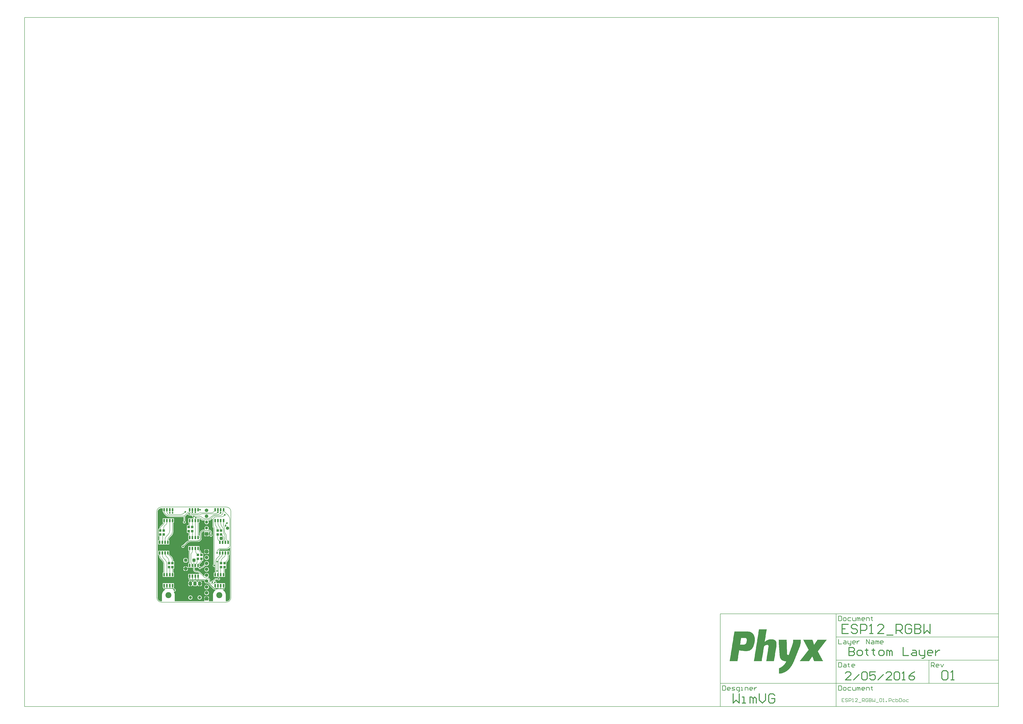
<source format=gbl>
G04 Layer_Physical_Order=2*
G04 Layer_Color=40191*
%FSLAX25Y25*%
%MOIN*%
G70*
G01*
G75*
%ADD10C,0.00591*%
%ADD11C,0.00787*%
%ADD12C,0.00984*%
%ADD17R,0.03937X0.04331*%
%ADD40C,0.01575*%
%ADD42C,0.05512*%
G04:AMPARAMS|DCode=43|XSize=55.12mil|YSize=55.12mil|CornerRadius=13.78mil|HoleSize=0mil|Usage=FLASHONLY|Rotation=90.000|XOffset=0mil|YOffset=0mil|HoleType=Round|Shape=RoundedRectangle|*
%AMROUNDEDRECTD43*
21,1,0.05512,0.02756,0,0,90.0*
21,1,0.02756,0.05512,0,0,90.0*
1,1,0.02756,0.01378,0.01378*
1,1,0.02756,0.01378,-0.01378*
1,1,0.02756,-0.01378,-0.01378*
1,1,0.02756,-0.01378,0.01378*
%
%ADD43ROUNDEDRECTD43*%
%ADD44R,0.05906X0.05906*%
%ADD45C,0.05906*%
G04:AMPARAMS|DCode=46|XSize=66.93mil|YSize=55.12mil|CornerRadius=13.78mil|HoleSize=0mil|Usage=FLASHONLY|Rotation=90.000|XOffset=0mil|YOffset=0mil|HoleType=Round|Shape=RoundedRectangle|*
%AMROUNDEDRECTD46*
21,1,0.06693,0.02756,0,0,90.0*
21,1,0.03937,0.05512,0,0,90.0*
1,1,0.02756,0.01378,0.01969*
1,1,0.02756,0.01378,-0.01969*
1,1,0.02756,-0.01378,-0.01969*
1,1,0.02756,-0.01378,0.01969*
%
%ADD46ROUNDEDRECTD46*%
%ADD47C,0.05118*%
%ADD48C,0.10236*%
%ADD49C,0.02756*%
%ADD50R,0.02756X0.05512*%
G36*
X7874Y159248D02*
X10236D01*
Y152953D01*
X11248D01*
X11291Y152584D01*
X11385Y152111D01*
X11516Y151647D01*
X11683Y151196D01*
X11884Y150758D01*
X12120Y150338D01*
X12387Y149937D01*
X12686Y149559D01*
X13013Y149205D01*
X13013Y149206D01*
X14967Y147251D01*
X14967Y147251D01*
X15386Y146858D01*
X15540Y146732D01*
X15540Y146732D01*
X15540Y146732D01*
X15830Y146494D01*
X16297Y146159D01*
X16785Y145856D01*
X17291Y145585D01*
X17814Y145348D01*
X18352Y145146D01*
X18901Y144979D01*
X19460Y144849D01*
X20027Y144755D01*
X20401Y144719D01*
X20401Y144719D01*
X20401Y144719D01*
X20599Y144699D01*
X21172Y144680D01*
Y144681D01*
X45468D01*
Y137744D01*
X45409Y137705D01*
X45177Y137501D01*
X44972Y137268D01*
X44800Y137010D01*
X44663Y136733D01*
X44564Y136440D01*
X44503Y136136D01*
X44483Y135827D01*
X44503Y135518D01*
X44564Y135214D01*
X44663Y134921D01*
X44800Y134643D01*
X44972Y134386D01*
X45177Y134153D01*
X45409Y133949D01*
X45667Y133777D01*
X45944Y133640D01*
X46238Y133540D01*
X46541Y133480D01*
X46850Y133459D01*
X47159Y133480D01*
X47463Y133540D01*
X47756Y133640D01*
X48034Y133777D01*
X48292Y133949D01*
X48524Y134153D01*
X48728Y134386D01*
X48900Y134643D01*
X49038Y134921D01*
X49137Y135214D01*
X49197Y135518D01*
X49218Y135827D01*
X49197Y136136D01*
X49137Y136440D01*
X49038Y136733D01*
X48900Y137010D01*
X48728Y137268D01*
X48524Y137501D01*
X48292Y137705D01*
X48233Y137744D01*
Y145491D01*
X51739Y148997D01*
X51962Y149024D01*
X52673Y148818D01*
X52674Y148816D01*
X52846Y148559D01*
X53050Y148326D01*
X53283Y148122D01*
X53541Y147950D01*
X53818Y147813D01*
X54112Y147713D01*
X54415Y147653D01*
X54724Y147632D01*
X55033Y147653D01*
X55244Y147695D01*
X55455Y147553D01*
X55876Y147318D01*
X56313Y147116D01*
X56765Y146949D01*
X57229Y146818D01*
X57701Y146724D01*
X58180Y146668D01*
X58661Y146649D01*
Y146649D01*
X59999D01*
X60137Y146577D01*
X60561Y146077D01*
X60637Y145862D01*
X60625Y145669D01*
X60645Y145360D01*
X60706Y145057D01*
X60805Y144763D01*
X60942Y144486D01*
X61114Y144228D01*
X61318Y143995D01*
X61551Y143791D01*
X61809Y143619D01*
X62086Y143482D01*
X62379Y143383D01*
X62683Y143322D01*
X62992Y143302D01*
X63102Y143064D01*
X62710Y142323D01*
X59055D01*
X58268Y142323D01*
Y142323D01*
X58268D01*
Y142323D01*
X53543D01*
Y134843D01*
X54228D01*
Y130512D01*
X51181D01*
Y129921D01*
X51181D01*
Y118110D01*
X51181D01*
Y117520D01*
X54228D01*
Y113189D01*
X53543D01*
Y105709D01*
X54628D01*
X54751Y104921D01*
X54287Y104774D01*
X53686Y104544D01*
X53098Y104281D01*
X52526Y103985D01*
X51971Y103658D01*
X51436Y103300D01*
X50921Y102913D01*
X50429Y102498D01*
X49962Y102056D01*
X49961Y102055D01*
X44744Y96839D01*
X44488Y96855D01*
X44179Y96835D01*
X43876Y96775D01*
X43582Y96675D01*
X43305Y96538D01*
X43047Y96366D01*
X42814Y96162D01*
X42610Y95929D01*
X42438Y95672D01*
X42301Y95394D01*
X42202Y95101D01*
X42141Y94797D01*
X42121Y94488D01*
X42141Y94179D01*
X42202Y93875D01*
X42301Y93582D01*
X42438Y93305D01*
X42610Y93047D01*
X42814Y92814D01*
X43047Y92610D01*
X43305Y92438D01*
X43582Y92301D01*
X43876Y92202D01*
X44179Y92141D01*
X44488Y92121D01*
X44797Y92141D01*
X45101Y92202D01*
X45394Y92301D01*
X45672Y92438D01*
X45929Y92610D01*
X46162Y92814D01*
X46366Y93047D01*
X46538Y93305D01*
X46675Y93582D01*
X46775Y93875D01*
X46835Y94179D01*
X46856Y94488D01*
X46839Y94744D01*
X52055Y99961D01*
X52079Y99988D01*
X52460Y100345D01*
X52891Y100699D01*
X53344Y101024D01*
X53818Y101318D01*
X54309Y101581D01*
X54817Y101811D01*
X55339Y102008D01*
X55873Y102170D01*
X56416Y102296D01*
X56967Y102387D01*
X57522Y102442D01*
X58043Y102459D01*
X58079Y102456D01*
X69426D01*
X69431Y102456D01*
X69916Y102474D01*
X70402Y102526D01*
X70884Y102613D01*
X71358Y102734D01*
X71823Y102889D01*
X72275Y103076D01*
X72713Y103295D01*
X73134Y103545D01*
X73536Y103824D01*
X73917Y104131D01*
X74267Y104457D01*
X74273Y104462D01*
X74737Y104926D01*
X74737Y104926D01*
X75049Y105265D01*
X75329Y105631D01*
X75577Y106020D01*
X75789Y106429D01*
X75966Y106854D01*
X76104Y107294D01*
X76204Y107744D01*
X76265Y108201D01*
X76285Y108661D01*
X76284D01*
Y116929D01*
X76282Y116958D01*
X76298Y117249D01*
X76352Y117564D01*
X76440Y117872D01*
X76563Y118167D01*
X76718Y118447D01*
X76903Y118708D01*
X77116Y118947D01*
X77355Y119160D01*
X77616Y119345D01*
X77896Y119500D01*
X78191Y119623D01*
X78499Y119711D01*
X78814Y119765D01*
X79105Y119781D01*
X79134Y119779D01*
X79976D01*
X80709Y119646D01*
X80709Y118991D01*
Y116201D01*
X84646D01*
X88583D01*
Y118994D01*
X88629Y119126D01*
X88795Y119325D01*
X89370Y119627D01*
X89373Y119625D01*
X89616Y119506D01*
X89841Y119356D01*
X90044Y119178D01*
X90222Y118974D01*
X90372Y118750D01*
X90492Y118507D01*
X90579Y118251D01*
X90631Y117986D01*
X90647Y117743D01*
X90645Y117717D01*
Y115229D01*
X90452Y115060D01*
X90248Y114827D01*
X90076Y114569D01*
X89939Y114292D01*
X89839Y113998D01*
X89779Y113695D01*
X89759Y113386D01*
X89779Y113077D01*
X89839Y112773D01*
X89939Y112480D01*
X90076Y112202D01*
X90248Y111945D01*
X90452Y111712D01*
X90685Y111508D01*
X90942Y111336D01*
X91220Y111199D01*
X91513Y111099D01*
X91817Y111039D01*
X92126Y111019D01*
X92435Y111039D01*
X92739Y111099D01*
X93032Y111199D01*
X93310Y111336D01*
X93567Y111508D01*
X93800Y111712D01*
X94004Y111945D01*
X94176Y112202D01*
X94313Y112480D01*
X94413Y112773D01*
X94473Y113077D01*
X94493Y113386D01*
X94473Y113695D01*
X94413Y113998D01*
X94313Y114292D01*
X94176Y114569D01*
X94004Y114827D01*
X93800Y115060D01*
X93607Y115229D01*
Y117717D01*
X93607D01*
X93588Y118154D01*
X93531Y118589D01*
X93436Y119017D01*
X93304Y119435D01*
X93136Y119840D01*
X92934Y120229D01*
X92699Y120598D01*
X92432Y120946D01*
X92136Y121269D01*
X91812Y121565D01*
X91465Y121832D01*
X91095Y122068D01*
X90706Y122270D01*
X90301Y122438D01*
X89883Y122570D01*
X89455Y122665D01*
X89021Y122722D01*
X88583Y122741D01*
Y122741D01*
X87801D01*
X87493Y123275D01*
X87440Y123528D01*
X87595Y123738D01*
X87774Y124036D01*
X87923Y124351D01*
X88041Y124679D01*
X88125Y125017D01*
X88176Y125361D01*
X88193Y125709D01*
X88176Y126056D01*
X88125Y126401D01*
X88041Y126739D01*
X87923Y127066D01*
X87774Y127381D01*
X87595Y127680D01*
X87388Y127959D01*
X87154Y128217D01*
X86896Y128451D01*
X86617Y128658D01*
X86318Y128837D01*
X86003Y128986D01*
X85676Y129104D01*
X85338Y129188D01*
X84993Y129239D01*
X84646Y129256D01*
X84298Y129239D01*
X83954Y129188D01*
X83616Y129104D01*
X83288Y128986D01*
X82973Y128837D01*
X82675Y128658D01*
X82395Y128451D01*
X82137Y128217D01*
X81903Y127959D01*
X81696Y127680D01*
X81517Y127381D01*
X81368Y127066D01*
X81251Y126739D01*
X81166Y126401D01*
X81115Y126056D01*
X81098Y125709D01*
X81115Y125361D01*
X81166Y125017D01*
X81251Y124679D01*
X81368Y124351D01*
X81517Y124036D01*
X81696Y123738D01*
X81851Y123528D01*
X81798Y123275D01*
X81491Y122741D01*
X79134D01*
X79132Y122741D01*
X78678Y122723D01*
X78225Y122669D01*
X77777Y122580D01*
X77338Y122456D01*
X76910Y122298D01*
X76495Y122107D01*
X76097Y121884D01*
X75718Y121631D01*
X75360Y121348D01*
X75024Y121038D01*
X74715Y120703D01*
X74432Y120345D01*
X74179Y119966D01*
X73956Y119568D01*
X73765Y119153D01*
X73607Y118725D01*
X73483Y118286D01*
X73394Y117838D01*
X73340Y117385D01*
X73322Y116931D01*
X73322Y116929D01*
Y108786D01*
X73228Y108638D01*
X72811Y108701D01*
X72441Y108950D01*
Y113189D01*
X71362D01*
Y134843D01*
X72441D01*
Y140854D01*
X72875Y141239D01*
X73228Y141366D01*
X73504Y141222D01*
X73892Y140975D01*
X74013Y140882D01*
X74593Y140381D01*
X74950Y140049D01*
X75329Y139743D01*
X75730Y139465D01*
X76149Y139216D01*
X76585Y138998D01*
X77035Y138812D01*
X77497Y138658D01*
X77969Y138538D01*
X78449Y138451D01*
X78933Y138399D01*
X79421Y138382D01*
Y138382D01*
X81236D01*
X81563Y137883D01*
X81645Y137594D01*
X81517Y137381D01*
X81368Y137066D01*
X81251Y136739D01*
X81166Y136401D01*
X81115Y136056D01*
X81098Y135709D01*
X81115Y135361D01*
X81166Y135017D01*
X81251Y134679D01*
X81368Y134351D01*
X81517Y134036D01*
X81696Y133738D01*
X81903Y133458D01*
X82137Y133200D01*
X82395Y132966D01*
X82675Y132759D01*
X82973Y132580D01*
X83288Y132431D01*
X83616Y132314D01*
X83954Y132229D01*
X84298Y132178D01*
X84646Y132161D01*
X84993Y132178D01*
X85338Y132229D01*
X85676Y132314D01*
X86003Y132431D01*
X86318Y132580D01*
X86617Y132759D01*
X86896Y132966D01*
X87154Y133200D01*
X87388Y133458D01*
X87595Y133738D01*
X87774Y134036D01*
X87923Y134351D01*
X88041Y134679D01*
X88125Y135017D01*
X88176Y135361D01*
X88193Y135709D01*
X88176Y136056D01*
X88125Y136401D01*
X88041Y136739D01*
X87923Y137066D01*
X87774Y137381D01*
X87647Y137594D01*
X87772Y138035D01*
X88052Y138386D01*
X88413Y138399D01*
X88892Y138450D01*
X89367Y138536D01*
X89409Y138547D01*
X89835Y138655D01*
X90292Y138808D01*
X90738Y138992D01*
X91170Y139208D01*
X91585Y139454D01*
X91981Y139730D01*
X92357Y140032D01*
X92710Y140361D01*
X92710Y140361D01*
X94070Y141722D01*
X94796Y141334D01*
X94755Y141130D01*
X94699Y140655D01*
X94680Y140177D01*
X94681D01*
Y129066D01*
X94680D01*
X94700Y128667D01*
X94758Y128272D01*
X94855Y127884D01*
X94990Y127508D01*
X95161Y127147D01*
X95366Y126804D01*
X95604Y126484D01*
X95873Y126188D01*
X96224Y125546D01*
X96243Y125469D01*
X96257Y125285D01*
X96256Y125264D01*
Y64122D01*
X96197Y64083D01*
X95964Y63879D01*
X95760Y63646D01*
X95588Y63388D01*
X95451Y63111D01*
X95351Y62817D01*
X95291Y62514D01*
X95271Y62205D01*
X95291Y61896D01*
X95351Y61592D01*
X95451Y61299D01*
X95588Y61021D01*
X95760Y60764D01*
X95964Y60531D01*
X96197Y60327D01*
X96454Y60155D01*
X96732Y60018D01*
X97025Y59918D01*
X97329Y59858D01*
X97638Y59838D01*
X97929Y59856D01*
X97948Y59857D01*
X98578Y59445D01*
X98716Y59245D01*
Y50197D01*
X96850D01*
Y42717D01*
X101575D01*
Y42717D01*
X101575D01*
Y42717D01*
X111024D01*
Y42717D01*
X111024D01*
Y42717D01*
X115748D01*
Y50197D01*
X115457D01*
Y56496D01*
X118111D01*
Y62402D01*
X118111Y62796D01*
X118111Y62796D01*
X118111Y63189D01*
X118111Y63189D01*
X118111Y63583D01*
Y67476D01*
X118682Y68048D01*
X119239Y68604D01*
X119674Y69064D01*
X119766Y69173D01*
X120082Y69548D01*
X120463Y70053D01*
X120814Y70580D01*
X121136Y71125D01*
X121426Y71687D01*
X121685Y72265D01*
X121911Y72856D01*
X122103Y73459D01*
X122261Y74072D01*
X122384Y74693D01*
X122473Y75320D01*
X122514Y75808D01*
X122526Y75950D01*
X122544Y76583D01*
X122543D01*
Y79724D01*
X123622D01*
Y87205D01*
X118898D01*
Y87205D01*
X118898D01*
Y87205D01*
X110236D01*
X109449Y87205D01*
Y87205D01*
X109449D01*
Y87205D01*
X105627D01*
X105301Y87992D01*
X106163Y88854D01*
X106177Y88871D01*
X106363Y89037D01*
X106585Y89194D01*
X106823Y89326D01*
X107074Y89430D01*
X107335Y89505D01*
X107603Y89550D01*
X107852Y89564D01*
X107874Y89563D01*
X118504D01*
Y89562D01*
X118985Y89581D01*
X119464Y89638D01*
X119936Y89732D01*
X120400Y89863D01*
X120852Y90029D01*
X121289Y90231D01*
X121710Y90466D01*
X122110Y90734D01*
X122488Y91032D01*
X122654Y91186D01*
X122841Y91358D01*
X122842Y91359D01*
X122842Y91360D01*
X123815Y92332D01*
X124602Y92006D01*
Y7874D01*
X124605Y7839D01*
X124586Y7364D01*
X124526Y6858D01*
X124427Y6358D01*
X124288Y5867D01*
X124112Y5388D01*
X123898Y4925D01*
X123649Y4480D01*
X123366Y4056D01*
X123050Y3655D01*
X122704Y3281D01*
X122329Y2935D01*
X121928Y2619D01*
X121504Y2335D01*
X121059Y2086D01*
X120596Y1873D01*
X120118Y1696D01*
X119627Y1558D01*
X119126Y1458D01*
X118620Y1398D01*
X118146Y1379D01*
X118110Y1382D01*
X117131D01*
Y10925D01*
X117112Y11118D01*
X117109Y11129D01*
X117111Y11157D01*
X117131Y11811D01*
X117111Y12465D01*
X117052Y13117D01*
X116954Y13763D01*
X116816Y14403D01*
X116640Y15033D01*
X116427Y15652D01*
X116177Y16256D01*
X115890Y16845D01*
X115569Y17415D01*
X115214Y17964D01*
X114826Y18491D01*
X114407Y18994D01*
X113958Y19470D01*
X113482Y19919D01*
X112979Y20338D01*
X112669Y20566D01*
X112927Y21354D01*
X113386D01*
X113618Y21372D01*
X113844Y21426D01*
X114058Y21515D01*
X114256Y21636D01*
X114433Y21788D01*
X114584Y21964D01*
X114705Y22162D01*
X114794Y22377D01*
X114848Y22603D01*
X114867Y22835D01*
Y24606D01*
X115748D01*
Y32087D01*
X111024D01*
Y32087D01*
X111024D01*
Y32087D01*
X101575D01*
Y32087D01*
X101575D01*
X101371Y32291D01*
X101080Y32874D01*
X101105Y32950D01*
X101166Y33254D01*
X101186Y33563D01*
X101166Y33872D01*
X101105Y34176D01*
X101006Y34469D01*
X100869Y34747D01*
X100697Y35004D01*
X100493Y35237D01*
X100260Y35441D01*
X100003Y35613D01*
X99725Y35750D01*
X99432Y35850D01*
X99128Y35910D01*
X99078Y35913D01*
X98780Y36529D01*
X98767Y36716D01*
X98843Y36792D01*
X98845Y36794D01*
X98846Y36795D01*
X98862Y36813D01*
X99126Y37055D01*
X99432Y37290D01*
X99757Y37497D01*
X100100Y37675D01*
X100456Y37823D01*
X100824Y37939D01*
X101200Y38023D01*
X101583Y38073D01*
X101944Y38089D01*
X101969Y38087D01*
X103135D01*
X103240Y37929D01*
X103444Y37696D01*
X103677Y37492D01*
X103935Y37320D01*
X104212Y37183D01*
X104505Y37084D01*
X104809Y37023D01*
X105118Y37003D01*
X105427Y37023D01*
X105731Y37084D01*
X106024Y37183D01*
X106302Y37320D01*
X106559Y37492D01*
X106792Y37696D01*
X106996Y37929D01*
X107168Y38186D01*
X107305Y38464D01*
X107405Y38757D01*
X107465Y39061D01*
X107485Y39370D01*
X107465Y39679D01*
X107405Y39983D01*
X107305Y40276D01*
X107168Y40554D01*
X106996Y40811D01*
X106792Y41044D01*
X106559Y41248D01*
X106302Y41420D01*
X106024Y41557D01*
X105731Y41657D01*
X105427Y41717D01*
X105118Y41737D01*
X104809Y41717D01*
X104505Y41657D01*
X104212Y41557D01*
X103935Y41420D01*
X103677Y41248D01*
X103444Y41044D01*
X103240Y40811D01*
X103135Y40654D01*
X101969D01*
Y40654D01*
X101470Y40636D01*
X100974Y40583D01*
X100483Y40494D01*
X100000Y40371D01*
X99527Y40214D01*
X99066Y40023D01*
X98620Y39799D01*
X98191Y39545D01*
X97781Y39261D01*
X97393Y38947D01*
X97133Y38706D01*
X97032Y38611D01*
X97028Y38608D01*
X97028Y38607D01*
X94589Y36168D01*
X94403Y36205D01*
X94095Y36226D01*
X93786Y36205D01*
X93482Y36145D01*
X93189Y36045D01*
X92911Y35908D01*
X92653Y35736D01*
X92421Y35532D01*
X92216Y35299D01*
X92044Y35042D01*
X91907Y34764D01*
X91808Y34471D01*
X91138Y34404D01*
X91002Y34420D01*
X90806Y34511D01*
X90727Y34784D01*
X90669Y35125D01*
X90651Y35443D01*
X90654Y35471D01*
Y37079D01*
X90654D01*
X90636Y37508D01*
X90580Y37933D01*
X90487Y38351D01*
X90358Y38760D01*
X90194Y39156D01*
X89996Y39536D01*
X89766Y39898D01*
X89505Y40238D01*
X89219Y40550D01*
X89215Y40554D01*
X88899Y40843D01*
X88559Y41104D01*
X88197Y41335D01*
X87817Y41532D01*
X87421Y41697D01*
X87238Y41754D01*
X87162Y41881D01*
X87058Y42321D01*
X87085Y42616D01*
X87146Y42662D01*
X87433Y42921D01*
X87693Y43208D01*
X87923Y43519D01*
X88122Y43850D01*
X88287Y44200D01*
X88418Y44564D01*
X88512Y44940D01*
X88568Y45322D01*
X88587Y45709D01*
X88568Y46095D01*
X88512Y46478D01*
X88418Y46853D01*
X88287Y47217D01*
X88122Y47567D01*
X87923Y47899D01*
X87693Y48209D01*
X87433Y48496D01*
X87146Y48756D01*
X86836Y48986D01*
X86504Y49185D01*
X86154Y49350D01*
X85790Y49481D01*
X85415Y49575D01*
X85032Y49631D01*
X84646Y49650D01*
X84259Y49631D01*
X83877Y49575D01*
X83501Y49481D01*
X83137Y49350D01*
X82788Y49185D01*
X82456Y48986D01*
X82145Y48756D01*
X81858Y48496D01*
X81599Y48209D01*
X81368Y47899D01*
X81169Y47567D01*
X81004Y47217D01*
X80874Y46853D01*
X80780Y46478D01*
X80723Y46095D01*
X80704Y45709D01*
X80723Y45322D01*
X80772Y44991D01*
X80709Y44916D01*
X80009Y44641D01*
X73742Y50907D01*
X73743Y50908D01*
X73325Y51298D01*
X73169Y51424D01*
X72880Y51656D01*
X72410Y51982D01*
X71919Y52274D01*
X71408Y52530D01*
X70880Y52748D01*
X70338Y52929D01*
X69784Y53070D01*
X69222Y53172D01*
X68853Y53211D01*
X68653Y53233D01*
X68082Y53253D01*
Y53252D01*
X66955D01*
X66934Y53250D01*
X66666Y53265D01*
X66380Y53314D01*
X66102Y53394D01*
X65834Y53505D01*
X65580Y53645D01*
X65344Y53813D01*
X65146Y53990D01*
X65133Y54005D01*
X65131Y54006D01*
X65130Y54008D01*
X65114Y54022D01*
X64935Y54222D01*
X64767Y54458D01*
X64627Y54712D01*
X64516Y54980D01*
X64436Y55258D01*
X64387Y55544D01*
X64372Y55812D01*
X64374Y55833D01*
Y58465D01*
X67716D01*
Y58465D01*
X67717D01*
Y58465D01*
X70769D01*
X70861Y58366D01*
X70881Y58057D01*
X70942Y57753D01*
X71041Y57460D01*
X71178Y57183D01*
X71350Y56925D01*
X71554Y56692D01*
X71787Y56488D01*
X72045Y56316D01*
X72322Y56179D01*
X72616Y56080D01*
X72919Y56019D01*
X73228Y55999D01*
X73537Y56019D01*
X73841Y56080D01*
X74134Y56179D01*
X74412Y56316D01*
X74669Y56488D01*
X74902Y56692D01*
X75106Y56925D01*
X75279Y57183D01*
X75329Y57284D01*
X75890Y57405D01*
X76537Y57585D01*
X77172Y57804D01*
X77793Y58061D01*
X78397Y58355D01*
X78982Y58686D01*
X79546Y59050D01*
X80088Y59448D01*
X80523Y59812D01*
X80604Y59879D01*
X80949Y60203D01*
X81090Y60336D01*
X81093Y60339D01*
X81092Y60340D01*
X82921Y62169D01*
X83137Y62067D01*
X83501Y61937D01*
X83877Y61843D01*
X84259Y61786D01*
X84646Y61767D01*
X85032Y61786D01*
X85415Y61843D01*
X85790Y61937D01*
X86154Y62067D01*
X86504Y62232D01*
X86836Y62431D01*
X87146Y62662D01*
X87433Y62921D01*
X87693Y63208D01*
X87923Y63519D01*
X88122Y63850D01*
X88287Y64200D01*
X88418Y64564D01*
X88512Y64940D01*
X88568Y65322D01*
X88587Y65709D01*
X88568Y66095D01*
X88512Y66478D01*
X88418Y66853D01*
X88287Y67217D01*
X88122Y67567D01*
X87923Y67899D01*
X87693Y68209D01*
X87433Y68496D01*
X87146Y68756D01*
X86836Y68986D01*
X86504Y69185D01*
X86154Y69350D01*
X85790Y69481D01*
X85415Y69575D01*
X85032Y69631D01*
X84646Y69650D01*
X84259Y69631D01*
X83877Y69575D01*
X83501Y69481D01*
X83137Y69350D01*
X82788Y69185D01*
X82456Y68986D01*
X82145Y68756D01*
X81858Y68496D01*
X81599Y68209D01*
X81368Y67899D01*
X81169Y67567D01*
X81004Y67217D01*
X80874Y66853D01*
X80780Y66478D01*
X80723Y66095D01*
X80704Y65709D01*
X80723Y65322D01*
X80780Y64940D01*
X80874Y64564D01*
X81004Y64200D01*
X81106Y63984D01*
X79277Y62155D01*
X79276Y62154D01*
X79275Y62153D01*
X79274Y62152D01*
X79255Y62130D01*
X78871Y61770D01*
X78438Y61414D01*
X77983Y61088D01*
X77507Y60793D01*
X77013Y60529D01*
X76503Y60298D01*
X75979Y60100D01*
X75443Y59938D01*
X75068Y59850D01*
X74902Y60040D01*
X74669Y60244D01*
X74412Y60416D01*
X74134Y60553D01*
X73841Y60653D01*
X73537Y60713D01*
X73228Y60733D01*
X72604Y61174D01*
X72441Y61411D01*
Y63933D01*
X75317Y66809D01*
X75318Y66808D01*
X75637Y67154D01*
X75928Y67523D01*
X76189Y67914D01*
X76419Y68325D01*
X76616Y68752D01*
X76779Y69193D01*
X76906Y69646D01*
X76998Y70107D01*
X77018Y70276D01*
X78741D01*
Y76181D01*
X78741Y76575D01*
X78741Y76575D01*
X78741Y76969D01*
X78741Y76969D01*
X78741Y77363D01*
Y83268D01*
X75671D01*
X75613Y83807D01*
X75513Y84364D01*
X75372Y84913D01*
X75194Y85451D01*
X74977Y85975D01*
X74723Y86481D01*
X74434Y86969D01*
X74111Y87434D01*
X73884Y87716D01*
X73884Y87716D01*
X73884Y87716D01*
X73755Y87875D01*
X73369Y88290D01*
X73368Y88289D01*
X72441Y89217D01*
Y95079D01*
X67717D01*
Y95079D01*
X67716D01*
Y95079D01*
X58268D01*
Y95079D01*
X58268D01*
Y95079D01*
X53543D01*
Y87598D01*
X54622D01*
Y65945D01*
X53543D01*
Y59248D01*
X53543Y59246D01*
X52782Y58865D01*
X52646Y59044D01*
X52696Y58896D01*
X52756Y58852D01*
X52696Y58896D01*
X52596Y59189D01*
X52459Y59467D01*
X52287Y59724D01*
X52083Y59957D01*
X51850Y60161D01*
X51593Y60333D01*
X51315Y60470D01*
X51022Y60570D01*
X50718Y60630D01*
X50409Y60650D01*
X49523D01*
Y57397D01*
X52776D01*
Y57947D01*
X52986Y58382D01*
X53147Y58452D01*
X53554Y58465D01*
X54260Y58465D01*
X54260Y58465D01*
X54265Y58465D01*
X58268D01*
Y58465D01*
X58268D01*
Y58465D01*
X61807D01*
Y55833D01*
X61806D01*
X61826Y55384D01*
X61884Y54939D01*
X61982Y54500D01*
X62117Y54072D01*
X62288Y53657D01*
X62496Y53259D01*
X62737Y52880D01*
X63011Y52523D01*
X63314Y52192D01*
X63645Y51889D01*
X64002Y51615D01*
X64381Y51374D01*
X64779Y51166D01*
X65194Y50995D01*
X65622Y50859D01*
X66061Y50762D01*
X66506Y50704D01*
X66955Y50684D01*
Y50685D01*
X68082D01*
X68108Y50687D01*
X68509Y50671D01*
X68933Y50621D01*
X69352Y50538D01*
X69763Y50422D01*
X70164Y50274D01*
X70552Y50095D01*
X70925Y49886D01*
X71280Y49649D01*
X71615Y49385D01*
X71910Y49112D01*
X71927Y49092D01*
X72398Y48622D01*
X72071Y47835D01*
X68504D01*
X67717Y47835D01*
Y47835D01*
X67716D01*
Y47835D01*
X58268D01*
Y47835D01*
X58268D01*
Y47835D01*
X53543D01*
Y40354D01*
X54425D01*
Y38189D01*
X54443Y37957D01*
X54497Y37731D01*
X54586Y37517D01*
X54707Y37319D01*
X54858Y37142D01*
X55035Y36991D01*
X55233Y36869D01*
X55448Y36781D01*
X55674Y36726D01*
X55905Y36708D01*
X63480D01*
Y35825D01*
X63274Y35812D01*
X62970Y35751D01*
X62677Y35652D01*
X62399Y35515D01*
X62142Y35343D01*
X61909Y35138D01*
X61705Y34906D01*
X61533Y34648D01*
X61448Y34476D01*
X61024Y34399D01*
X60600Y34476D01*
X60515Y34648D01*
X60343Y34906D01*
X60138Y35138D01*
X59906Y35343D01*
X59648Y35515D01*
X59370Y35652D01*
X59077Y35751D01*
X58774Y35812D01*
X58465Y35832D01*
X57579D01*
Y31496D01*
Y27160D01*
X58465D01*
X58774Y27180D01*
X59077Y27241D01*
X59370Y27340D01*
X59648Y27477D01*
X59906Y27650D01*
X60138Y27854D01*
X60343Y28087D01*
X60515Y28344D01*
X60600Y28517D01*
X61024Y28593D01*
X61448Y28517D01*
X61533Y28344D01*
X61705Y28087D01*
X61909Y27854D01*
X62142Y27650D01*
X62399Y27477D01*
X62677Y27340D01*
X62970Y27241D01*
X63274Y27180D01*
X63583Y27160D01*
X66339D01*
X66648Y27180D01*
X66951Y27241D01*
X67244Y27340D01*
X67522Y27477D01*
X67780Y27650D01*
X68012Y27854D01*
X68217Y28087D01*
X68389Y28344D01*
X68474Y28517D01*
X68898Y28593D01*
X69322Y28517D01*
X69407Y28344D01*
X69579Y28087D01*
X69783Y27854D01*
X70016Y27650D01*
X70273Y27477D01*
X70551Y27340D01*
X70844Y27241D01*
X71148Y27180D01*
X71457Y27160D01*
X72342D01*
Y31496D01*
Y35832D01*
X71457D01*
X71148Y35812D01*
X70844Y35751D01*
X70551Y35652D01*
X70273Y35515D01*
X70016Y35343D01*
X69783Y35138D01*
X69579Y34906D01*
X69407Y34648D01*
X69322Y34476D01*
X68898Y34399D01*
X68474Y34476D01*
X68389Y34648D01*
X68217Y34906D01*
X68012Y35138D01*
X67780Y35343D01*
X67522Y35515D01*
X67244Y35652D01*
X66951Y35751D01*
X66648Y35812D01*
X66442Y35825D01*
Y36708D01*
X78658D01*
X78692Y36711D01*
X79156Y36694D01*
X79653Y36641D01*
X80144Y36552D01*
X80627Y36429D01*
X80766Y36383D01*
X80723Y36095D01*
X80704Y35709D01*
X80723Y35322D01*
X80780Y34940D01*
X80874Y34564D01*
X81004Y34200D01*
X81169Y33850D01*
X81368Y33519D01*
X81599Y33208D01*
X81858Y32921D01*
X82145Y32662D01*
X82456Y32431D01*
X82788Y32232D01*
X83137Y32067D01*
X83501Y31937D01*
X83877Y31843D01*
X84259Y31786D01*
X84646Y31767D01*
X85032Y31786D01*
X85415Y31843D01*
X85790Y31937D01*
X86154Y32067D01*
X86181Y32079D01*
X95275Y22985D01*
X95281Y22980D01*
X95597Y22688D01*
X95940Y22417D01*
X96303Y22174D01*
X96685Y21961D01*
X97082Y21778D01*
X97492Y21626D01*
X97913Y21508D01*
X98342Y21422D01*
X98776Y21371D01*
X99205Y21354D01*
X99213Y21354D01*
X99672D01*
X99911Y20625D01*
X99853Y20510D01*
X99619Y20338D01*
X99116Y19919D01*
X98640Y19470D01*
X98192Y18994D01*
X97773Y18491D01*
X97385Y17964D01*
X97030Y17415D01*
X96708Y16845D01*
X96422Y16256D01*
X96171Y15652D01*
X95958Y15033D01*
X95782Y14403D01*
X95645Y13763D01*
X95547Y13117D01*
X95487Y12465D01*
X95468Y11811D01*
X95487Y11157D01*
X95490Y11129D01*
X95487Y11118D01*
X95468Y10925D01*
Y1382D01*
X89209D01*
X88583Y1772D01*
X88583Y2170D01*
Y5217D01*
X84646D01*
X80709D01*
Y2170D01*
X80709Y1772D01*
X80083Y1382D01*
X30517D01*
Y10925D01*
X30498Y11118D01*
X30494Y11129D01*
X30497Y11157D01*
X30517Y11811D01*
X30497Y12465D01*
X30438Y13117D01*
X30339Y13763D01*
X30202Y14403D01*
X30026Y15033D01*
X29813Y15652D01*
X29563Y16256D01*
X29276Y16845D01*
X28955Y17415D01*
X28905Y17491D01*
X29189Y17979D01*
X29406Y18166D01*
X29612Y18125D01*
X29921Y18105D01*
X30230Y18125D01*
X30534Y18186D01*
X30827Y18285D01*
X31105Y18422D01*
X31362Y18594D01*
X31595Y18799D01*
X31799Y19031D01*
X31971Y19289D01*
X32108Y19567D01*
X32208Y19860D01*
X32268Y20164D01*
X32289Y20472D01*
X32268Y20781D01*
X32208Y21085D01*
X32108Y21378D01*
X31971Y21656D01*
X31799Y21914D01*
X31595Y22146D01*
X31362Y22351D01*
X31105Y22523D01*
X30827Y22659D01*
X30534Y22759D01*
X30230Y22819D01*
X29921Y22840D01*
X29665Y22823D01*
X28669Y23819D01*
X28995Y24606D01*
X29134D01*
Y32087D01*
X24409D01*
Y32087D01*
X24409D01*
Y32087D01*
X15748D01*
X14961Y32087D01*
Y32087D01*
X14961D01*
Y32087D01*
X10236D01*
Y24606D01*
X11118D01*
Y23622D01*
X11136Y23390D01*
X11190Y23164D01*
X11279Y22950D01*
X11400Y22752D01*
X11551Y22575D01*
X11728Y22424D01*
X11926Y22302D01*
X12141Y22214D01*
X12367Y22159D01*
X12598Y22141D01*
X14117D01*
X14184Y22040D01*
X14104Y21288D01*
X13945Y20992D01*
X13532Y20725D01*
X13005Y20338D01*
X12502Y19919D01*
X12026Y19470D01*
X11577Y18994D01*
X11158Y18491D01*
X10771Y17964D01*
X10415Y17415D01*
X10094Y16845D01*
X9808Y16256D01*
X9557Y15652D01*
X9344Y15033D01*
X9168Y14403D01*
X9031Y13763D01*
X8932Y13117D01*
X8873Y12465D01*
X8853Y11811D01*
X8873Y11157D01*
X8876Y11129D01*
X8873Y11118D01*
X8854Y10925D01*
Y1382D01*
X7874D01*
X7839Y1379D01*
X7364Y1398D01*
X6858Y1458D01*
X6358Y1558D01*
X5867Y1696D01*
X5388Y1873D01*
X4925Y2086D01*
X4480Y2335D01*
X4056Y2619D01*
X3655Y2935D01*
X3281Y3281D01*
X2935Y3655D01*
X2619Y4056D01*
X2335Y4480D01*
X2086Y4925D01*
X1873Y5388D01*
X1696Y5867D01*
X1558Y6358D01*
X1458Y6858D01*
X1398Y7364D01*
X1379Y7839D01*
X1382Y7874D01*
Y152862D01*
X1398Y153266D01*
X1458Y153772D01*
X1558Y154272D01*
X1696Y154763D01*
X1873Y155242D01*
X2086Y155705D01*
X2335Y156150D01*
X2619Y156574D01*
X2935Y156975D01*
X3281Y157349D01*
X3655Y157695D01*
X4056Y158011D01*
X4480Y158295D01*
X4925Y158544D01*
X5388Y158757D01*
X5867Y158934D01*
X6358Y159072D01*
X6858Y159172D01*
X7364Y159232D01*
X7839Y159250D01*
X7874Y159248D01*
D02*
G37*
%LPC*%
G36*
X56595Y35832D02*
X55709D01*
X55400Y35812D01*
X55096Y35751D01*
X54803Y35652D01*
X54525Y35515D01*
X54268Y35343D01*
X54035Y35138D01*
X53831Y34906D01*
X53658Y34648D01*
X53522Y34370D01*
X53422Y34077D01*
X53362Y33774D01*
X53341Y33465D01*
Y31988D01*
X56595D01*
Y35832D01*
D02*
G37*
G36*
X76580Y31004D02*
X73327D01*
Y27160D01*
X74213D01*
X74522Y27180D01*
X74825Y27241D01*
X75118Y27340D01*
X75396Y27477D01*
X75654Y27650D01*
X75886Y27854D01*
X76091Y28087D01*
X76263Y28344D01*
X76400Y28622D01*
X76499Y28915D01*
X76560Y29219D01*
X76580Y29528D01*
Y31004D01*
D02*
G37*
G36*
X56595Y31004D02*
X53341D01*
Y29528D01*
X53362Y29219D01*
X53422Y28915D01*
X53522Y28622D01*
X53658Y28344D01*
X53831Y28087D01*
X54035Y27854D01*
X54268Y27650D01*
X54525Y27477D01*
X54803Y27340D01*
X55096Y27241D01*
X55400Y27180D01*
X55709Y27160D01*
X56595D01*
Y31004D01*
D02*
G37*
G36*
X48539Y56413D02*
X45286D01*
Y55527D01*
X45306Y55218D01*
X45367Y54915D01*
X45466Y54621D01*
X45603Y54344D01*
X45775Y54086D01*
X45979Y53853D01*
X46212Y53649D01*
X46470Y53477D01*
X46747Y53340D01*
X47041Y53241D01*
X47344Y53180D01*
X47653Y53160D01*
X48539D01*
Y56413D01*
D02*
G37*
G36*
X84646Y59650D02*
X84259Y59631D01*
X83877Y59575D01*
X83501Y59481D01*
X83137Y59350D01*
X82788Y59185D01*
X82456Y58986D01*
X82145Y58756D01*
X81858Y58496D01*
X81599Y58209D01*
X81368Y57899D01*
X81169Y57567D01*
X81004Y57217D01*
X80874Y56853D01*
X80780Y56478D01*
X80723Y56095D01*
X80704Y55709D01*
X80723Y55322D01*
X80780Y54940D01*
X80874Y54564D01*
X81004Y54200D01*
X81169Y53851D01*
X81368Y53519D01*
X81599Y53208D01*
X81858Y52921D01*
X82145Y52662D01*
X82456Y52431D01*
X82788Y52232D01*
X83137Y52067D01*
X83501Y51937D01*
X83877Y51843D01*
X84259Y51786D01*
X84646Y51767D01*
X85032Y51786D01*
X85415Y51843D01*
X85790Y51937D01*
X86154Y52067D01*
X86504Y52232D01*
X86836Y52431D01*
X87146Y52662D01*
X87433Y52921D01*
X87693Y53208D01*
X87923Y53519D01*
X88122Y53851D01*
X88287Y54200D01*
X88418Y54564D01*
X88512Y54940D01*
X88568Y55322D01*
X88587Y55709D01*
X88568Y56095D01*
X88512Y56478D01*
X88418Y56853D01*
X88287Y57217D01*
X88122Y57567D01*
X87923Y57899D01*
X87693Y58209D01*
X87433Y58496D01*
X87146Y58756D01*
X86836Y58986D01*
X86504Y59185D01*
X86154Y59350D01*
X85790Y59481D01*
X85415Y59575D01*
X85032Y59631D01*
X84646Y59650D01*
D02*
G37*
G36*
X74213Y35832D02*
X73327D01*
Y31988D01*
X76580D01*
Y33465D01*
X76560Y33774D01*
X76499Y34077D01*
X76400Y34370D01*
X76263Y34648D01*
X76091Y34906D01*
X75886Y35138D01*
X75654Y35343D01*
X75396Y35515D01*
X75118Y35652D01*
X74825Y35751D01*
X74522Y35812D01*
X74213Y35832D01*
D02*
G37*
G36*
X84153Y9646D02*
X80709D01*
Y6201D01*
X84153D01*
Y9646D01*
D02*
G37*
G36*
X72835Y11422D02*
X72487Y11405D01*
X72143Y11353D01*
X71805Y11269D01*
X71477Y11152D01*
X71162Y11003D01*
X70864Y10824D01*
X70584Y10616D01*
X70326Y10383D01*
X70092Y10125D01*
X69885Y9845D01*
X69706Y9546D01*
X69557Y9232D01*
X69440Y8904D01*
X69355Y8566D01*
X69304Y8222D01*
X69287Y7874D01*
X69304Y7526D01*
X69355Y7182D01*
X69440Y6844D01*
X69557Y6516D01*
X69706Y6202D01*
X69885Y5903D01*
X70092Y5624D01*
X70326Y5365D01*
X70584Y5132D01*
X70864Y4924D01*
X71162Y4745D01*
X71477Y4597D01*
X71805Y4479D01*
X72143Y4395D01*
X72487Y4343D01*
X72835Y4326D01*
X73182Y4343D01*
X73527Y4395D01*
X73865Y4479D01*
X74192Y4597D01*
X74507Y4745D01*
X74806Y4924D01*
X75085Y5132D01*
X75343Y5365D01*
X75577Y5624D01*
X75784Y5903D01*
X75963Y6202D01*
X76112Y6516D01*
X76230Y6844D01*
X76314Y7182D01*
X76365Y7526D01*
X76382Y7874D01*
X76365Y8222D01*
X76314Y8566D01*
X76230Y8904D01*
X76112Y9232D01*
X75963Y9546D01*
X75784Y9845D01*
X75577Y10125D01*
X75343Y10383D01*
X75085Y10616D01*
X74806Y10824D01*
X74507Y11003D01*
X74192Y11152D01*
X73865Y11269D01*
X73527Y11353D01*
X73182Y11405D01*
X72835Y11422D01*
D02*
G37*
G36*
X57087D02*
X56739Y11405D01*
X56394Y11353D01*
X56057Y11269D01*
X55729Y11152D01*
X55414Y11003D01*
X55116Y10824D01*
X54836Y10616D01*
X54578Y10383D01*
X54344Y10125D01*
X54137Y9845D01*
X53958Y9546D01*
X53809Y9232D01*
X53692Y8904D01*
X53607Y8566D01*
X53556Y8222D01*
X53539Y7874D01*
X53556Y7526D01*
X53607Y7182D01*
X53692Y6844D01*
X53809Y6516D01*
X53958Y6202D01*
X54137Y5903D01*
X54344Y5624D01*
X54578Y5365D01*
X54836Y5132D01*
X55116Y4924D01*
X55414Y4745D01*
X55729Y4597D01*
X56057Y4479D01*
X56394Y4395D01*
X56739Y4343D01*
X57087Y4326D01*
X57434Y4343D01*
X57779Y4395D01*
X58116Y4479D01*
X58444Y4597D01*
X58759Y4745D01*
X59057Y4924D01*
X59337Y5132D01*
X59595Y5365D01*
X59829Y5624D01*
X60036Y5903D01*
X60215Y6202D01*
X60364Y6516D01*
X60481Y6844D01*
X60566Y7182D01*
X60617Y7526D01*
X60634Y7874D01*
X60617Y8222D01*
X60566Y8566D01*
X60481Y8904D01*
X60364Y9232D01*
X60215Y9546D01*
X60036Y9845D01*
X59829Y10125D01*
X59595Y10383D01*
X59337Y10616D01*
X59057Y10824D01*
X58759Y11003D01*
X58444Y11152D01*
X58116Y11269D01*
X57779Y11353D01*
X57434Y11405D01*
X57087Y11422D01*
D02*
G37*
G36*
X84646Y29650D02*
X84259Y29632D01*
X83877Y29575D01*
X83501Y29481D01*
X83137Y29350D01*
X82788Y29185D01*
X82456Y28986D01*
X82145Y28756D01*
X81858Y28496D01*
X81599Y28209D01*
X81368Y27899D01*
X81169Y27567D01*
X81004Y27217D01*
X80874Y26853D01*
X80780Y26478D01*
X80723Y26095D01*
X80704Y25709D01*
X80723Y25322D01*
X80780Y24940D01*
X80874Y24564D01*
X81004Y24200D01*
X81169Y23851D01*
X81368Y23519D01*
X81599Y23208D01*
X81858Y22921D01*
X82145Y22662D01*
X82456Y22431D01*
X82788Y22232D01*
X83137Y22067D01*
X83501Y21937D01*
X83877Y21843D01*
X84259Y21786D01*
X84646Y21767D01*
X85032Y21786D01*
X85415Y21843D01*
X85790Y21937D01*
X86154Y22067D01*
X86504Y22232D01*
X86836Y22431D01*
X87146Y22662D01*
X87433Y22921D01*
X87693Y23208D01*
X87923Y23519D01*
X88122Y23851D01*
X88287Y24200D01*
X88418Y24564D01*
X88512Y24940D01*
X88568Y25322D01*
X88587Y25709D01*
X88568Y26095D01*
X88512Y26478D01*
X88418Y26853D01*
X88287Y27217D01*
X88122Y27567D01*
X87923Y27899D01*
X87693Y28209D01*
X87433Y28496D01*
X87146Y28756D01*
X86836Y28986D01*
X86504Y29185D01*
X86154Y29350D01*
X85790Y29481D01*
X85415Y29575D01*
X85032Y29632D01*
X84646Y29650D01*
D02*
G37*
G36*
Y19650D02*
X84259Y19631D01*
X83877Y19575D01*
X83501Y19481D01*
X83137Y19350D01*
X82788Y19185D01*
X82456Y18986D01*
X82145Y18756D01*
X81858Y18496D01*
X81599Y18209D01*
X81368Y17899D01*
X81169Y17567D01*
X81004Y17217D01*
X80874Y16853D01*
X80780Y16478D01*
X80723Y16095D01*
X80704Y15709D01*
X80723Y15322D01*
X80780Y14940D01*
X80874Y14564D01*
X81004Y14200D01*
X81169Y13850D01*
X81368Y13519D01*
X81599Y13208D01*
X81858Y12921D01*
X82145Y12662D01*
X82456Y12431D01*
X82788Y12232D01*
X83137Y12067D01*
X83501Y11937D01*
X83877Y11843D01*
X84259Y11786D01*
X84646Y11767D01*
X85032Y11786D01*
X85415Y11843D01*
X85790Y11937D01*
X86154Y12067D01*
X86504Y12232D01*
X86836Y12431D01*
X87146Y12662D01*
X87433Y12921D01*
X87693Y13208D01*
X87923Y13519D01*
X88122Y13850D01*
X88287Y14200D01*
X88418Y14564D01*
X88512Y14940D01*
X88568Y15322D01*
X88587Y15709D01*
X88568Y16095D01*
X88512Y16478D01*
X88418Y16853D01*
X88287Y17217D01*
X88122Y17567D01*
X87923Y17899D01*
X87693Y18209D01*
X87433Y18496D01*
X87146Y18756D01*
X86836Y18986D01*
X86504Y19185D01*
X86154Y19350D01*
X85790Y19481D01*
X85415Y19575D01*
X85032Y19631D01*
X84646Y19650D01*
D02*
G37*
G36*
X88583Y9646D02*
X85138D01*
Y6201D01*
X88583D01*
Y9646D01*
D02*
G37*
G36*
X16535Y87205D02*
X16535Y87205D01*
X7874D01*
X7087Y87205D01*
X6299Y87205D01*
X2362D01*
Y79724D01*
X3472D01*
X3511Y79257D01*
X3600Y78630D01*
X3723Y78009D01*
X3881Y77396D01*
X4074Y76793D01*
X4299Y76202D01*
X4558Y75624D01*
X4848Y75062D01*
X5170Y74517D01*
X5522Y73990D01*
X5902Y73485D01*
X6218Y73110D01*
X6311Y73001D01*
X6746Y72541D01*
X6746Y72541D01*
X8762Y70525D01*
X8786Y70505D01*
X9155Y70111D01*
X9516Y69670D01*
X9849Y69206D01*
X10150Y68722D01*
X10419Y68219D01*
X10655Y67699D01*
X10856Y67165D01*
X11021Y66619D01*
X11151Y66063D01*
X11244Y65500D01*
X11300Y64932D01*
X11317Y64393D01*
X11315Y64362D01*
Y50197D01*
X10236D01*
Y42717D01*
X14173D01*
X14961Y42717D01*
X15748Y42717D01*
X23622D01*
X24409Y42717D01*
Y42717D01*
X24409D01*
Y42717D01*
X29134D01*
Y50197D01*
X28055D01*
Y56496D01*
X29528D01*
Y62402D01*
X29528Y62796D01*
X29528Y62796D01*
X29528Y63189D01*
X29528Y63189D01*
X29528Y63583D01*
Y69489D01*
X28356D01*
X27859Y70070D01*
X27841Y70703D01*
X27829Y70845D01*
X27788Y71333D01*
X27700Y71960D01*
X27576Y72581D01*
X27418Y73194D01*
X27226Y73797D01*
X27000Y74388D01*
X26742Y74966D01*
X26451Y75528D01*
X26129Y76074D01*
X25778Y76600D01*
X25397Y77106D01*
X25081Y77480D01*
X24989Y77589D01*
X24554Y78049D01*
X23997Y78606D01*
X21260Y81343D01*
Y87205D01*
X17323D01*
X16535Y87205D01*
D02*
G37*
G36*
X88583Y89646D02*
X85138D01*
Y86201D01*
X88583D01*
Y89646D01*
D02*
G37*
G36*
X84154D02*
X80709D01*
Y86201D01*
X84154D01*
Y89646D01*
D02*
G37*
G36*
X14961Y142323D02*
X14961Y142323D01*
X10236D01*
Y134843D01*
X10510D01*
X10614Y134796D01*
X10838Y134575D01*
X11050Y134080D01*
X10706Y133585D01*
X6529Y129407D01*
X6529D01*
X6528Y129408D01*
X6182Y129033D01*
X5865Y128631D01*
X5581Y128206D01*
X5331Y127760D01*
X5117Y127295D01*
X4940Y126816D01*
X4801Y126324D01*
X4702Y125822D01*
X4641Y125314D01*
X4621Y124803D01*
X3915Y124607D01*
X2953D01*
Y124016D01*
X2953D01*
Y112205D01*
X2953D01*
Y111615D01*
X3441D01*
Y105315D01*
X2362D01*
Y97835D01*
X6299D01*
X7087Y97835D01*
Y97835D01*
X7087D01*
Y97835D01*
X15748D01*
X16535Y97835D01*
X17323Y97835D01*
X21260D01*
Y105315D01*
X20890D01*
X20484Y105663D01*
X20218Y106102D01*
X20245Y106335D01*
X20250Y106358D01*
X20254Y106377D01*
X20256Y106386D01*
X20257Y106396D01*
X20328Y106754D01*
X20444Y107165D01*
X20592Y107566D01*
X20771Y107954D01*
X20980Y108326D01*
X21217Y108682D01*
X21482Y109017D01*
X21754Y109312D01*
X21774Y109329D01*
X24895Y112450D01*
X24896Y112450D01*
X25343Y112924D01*
X25422Y113020D01*
X25760Y113425D01*
X26146Y113950D01*
X26500Y114497D01*
X26820Y115065D01*
X27106Y115651D01*
X27355Y116253D01*
X27568Y116869D01*
X27743Y117497D01*
X27879Y118134D01*
X27977Y118778D01*
X28025Y119304D01*
X28036Y119427D01*
X28056Y120079D01*
X28055D01*
Y134843D01*
X29134D01*
Y142323D01*
X25197D01*
X24409Y142323D01*
X23622Y142323D01*
X15748D01*
X14961Y142323D01*
D02*
G37*
G36*
X88583Y115217D02*
X85138D01*
Y111772D01*
X88583D01*
Y115217D01*
D02*
G37*
G36*
X84153D02*
X80709D01*
Y111772D01*
X84153D01*
Y115217D01*
D02*
G37*
G36*
X50409Y74793D02*
X47653D01*
X47344Y74772D01*
X47041Y74712D01*
X46747Y74612D01*
X46470Y74476D01*
X46212Y74304D01*
X45979Y74099D01*
X45775Y73866D01*
X45603Y73609D01*
X45466Y73331D01*
X45367Y73038D01*
X45306Y72734D01*
X45286Y72425D01*
Y69670D01*
X45306Y69361D01*
X45367Y69057D01*
X45466Y68764D01*
X45603Y68486D01*
X45775Y68228D01*
X45979Y67996D01*
X46212Y67791D01*
X46470Y67619D01*
X46747Y67482D01*
X47041Y67383D01*
X47344Y67322D01*
X47653Y67302D01*
X50409D01*
X50718Y67322D01*
X51022Y67383D01*
X51315Y67482D01*
X51593Y67619D01*
X51850Y67791D01*
X52083Y67996D01*
X52287Y68228D01*
X52459Y68486D01*
X52596Y68764D01*
X52696Y69057D01*
X52756Y69361D01*
X52776Y69670D01*
Y72425D01*
X52756Y72734D01*
X52696Y73038D01*
X52596Y73331D01*
X52459Y73609D01*
X52287Y73866D01*
X52083Y74099D01*
X51850Y74304D01*
X51593Y74476D01*
X51315Y74612D01*
X51022Y74712D01*
X50718Y74772D01*
X50409Y74793D01*
D02*
G37*
G36*
X48539Y60650D02*
X47653D01*
X47344Y60630D01*
X47041Y60570D01*
X46747Y60470D01*
X46470Y60333D01*
X46212Y60161D01*
X45979Y59957D01*
X45775Y59724D01*
X45603Y59467D01*
X45466Y59189D01*
X45367Y58896D01*
X45306Y58592D01*
X45286Y58283D01*
Y57397D01*
X48539D01*
Y60650D01*
D02*
G37*
G36*
X52776Y56413D02*
X49523D01*
Y53160D01*
X50409D01*
X50718Y53180D01*
X51022Y53241D01*
X51315Y53340D01*
X51593Y53477D01*
X51850Y53649D01*
X52083Y53853D01*
X52287Y54086D01*
X52459Y54344D01*
X52596Y54621D01*
X52696Y54915D01*
X52756Y55218D01*
X52776Y55527D01*
Y56413D01*
D02*
G37*
G36*
X88583Y85216D02*
X85138D01*
Y81772D01*
X88583D01*
Y85216D01*
D02*
G37*
G36*
X84154D02*
X80709D01*
Y81772D01*
X84154D01*
Y85216D01*
D02*
G37*
G36*
X84646Y79650D02*
X84259Y79631D01*
X83877Y79575D01*
X83501Y79481D01*
X83137Y79350D01*
X82788Y79185D01*
X82456Y78986D01*
X82145Y78756D01*
X81858Y78496D01*
X81599Y78209D01*
X81368Y77899D01*
X81169Y77567D01*
X81004Y77217D01*
X80874Y76853D01*
X80780Y76478D01*
X80723Y76095D01*
X80704Y75709D01*
X80723Y75322D01*
X80780Y74940D01*
X80874Y74564D01*
X81004Y74200D01*
X81169Y73851D01*
X81368Y73519D01*
X81599Y73208D01*
X81858Y72921D01*
X82145Y72662D01*
X82456Y72431D01*
X82788Y72232D01*
X83137Y72067D01*
X83501Y71937D01*
X83877Y71843D01*
X84259Y71786D01*
X84646Y71767D01*
X85032Y71786D01*
X85415Y71843D01*
X85790Y71937D01*
X86154Y72067D01*
X86504Y72232D01*
X86836Y72431D01*
X87146Y72662D01*
X87433Y72921D01*
X87693Y73208D01*
X87923Y73519D01*
X88122Y73851D01*
X88287Y74200D01*
X88418Y74564D01*
X88512Y74940D01*
X88568Y75322D01*
X88587Y75709D01*
X88568Y76095D01*
X88512Y76478D01*
X88418Y76853D01*
X88287Y77217D01*
X88122Y77567D01*
X87923Y77899D01*
X87693Y78209D01*
X87433Y78496D01*
X87146Y78756D01*
X86836Y78986D01*
X86504Y79185D01*
X86154Y79350D01*
X85790Y79481D01*
X85415Y79575D01*
X85032Y79631D01*
X84646Y79650D01*
D02*
G37*
%LPD*%
G36*
X1093521Y-64032D02*
Y-64318D01*
Y-64605D01*
Y-64891D01*
Y-65177D01*
Y-65464D01*
Y-65750D01*
Y-66036D01*
Y-66322D01*
Y-66609D01*
Y-66895D01*
Y-67181D01*
Y-67468D01*
Y-67754D01*
Y-68040D01*
Y-68327D01*
Y-68613D01*
Y-68899D01*
Y-69186D01*
Y-69472D01*
Y-69758D01*
X1093234D01*
Y-70044D01*
Y-70331D01*
Y-70617D01*
Y-70903D01*
Y-71190D01*
X1092948D01*
Y-71476D01*
Y-71762D01*
Y-72049D01*
Y-72335D01*
X1092662D01*
Y-72621D01*
Y-72908D01*
Y-73194D01*
Y-73480D01*
X1092375D01*
Y-73767D01*
Y-74053D01*
Y-74339D01*
X1092089D01*
Y-74625D01*
Y-74912D01*
Y-75198D01*
X1091803D01*
Y-75485D01*
Y-75771D01*
Y-76057D01*
X1091516D01*
Y-76343D01*
Y-76630D01*
Y-76916D01*
X1091230D01*
Y-77202D01*
Y-77489D01*
X1090944D01*
Y-77775D01*
Y-78061D01*
X1090657D01*
Y-78348D01*
Y-78634D01*
Y-78920D01*
X1090371D01*
Y-79207D01*
Y-79493D01*
X1090085D01*
Y-79779D01*
Y-80066D01*
Y-80352D01*
X1089799D01*
Y-80638D01*
Y-80924D01*
X1089512D01*
Y-81211D01*
Y-81497D01*
Y-81783D01*
X1089226D01*
Y-82070D01*
Y-82356D01*
X1088939D01*
Y-82642D01*
Y-82929D01*
Y-83215D01*
X1088653D01*
Y-83501D01*
Y-83788D01*
X1088367D01*
Y-84074D01*
Y-84360D01*
Y-84646D01*
X1088081D01*
Y-84933D01*
Y-85219D01*
X1087794D01*
Y-85505D01*
Y-85792D01*
Y-86078D01*
X1087508D01*
Y-86364D01*
Y-86651D01*
X1087222D01*
Y-86937D01*
Y-87223D01*
Y-87510D01*
X1086935D01*
Y-87796D01*
Y-88082D01*
X1086649D01*
Y-88369D01*
Y-88655D01*
Y-88941D01*
X1086363D01*
Y-89227D01*
Y-89514D01*
X1086076D01*
Y-89800D01*
Y-90086D01*
Y-90373D01*
X1085790D01*
Y-90659D01*
Y-90945D01*
X1085504D01*
Y-91232D01*
Y-91518D01*
Y-91804D01*
X1085217D01*
Y-92091D01*
Y-92377D01*
X1084931D01*
Y-92663D01*
Y-92950D01*
Y-93236D01*
X1084645D01*
Y-93522D01*
Y-93809D01*
X1084359D01*
Y-94095D01*
Y-94381D01*
Y-94667D01*
X1084072D01*
Y-94954D01*
Y-95240D01*
X1083786D01*
Y-95526D01*
Y-95813D01*
Y-96099D01*
X1083500D01*
Y-96385D01*
Y-96672D01*
X1083213D01*
Y-96958D01*
Y-97244D01*
Y-97531D01*
X1082927D01*
Y-97817D01*
Y-98103D01*
X1082641D01*
Y-98390D01*
Y-98676D01*
Y-98962D01*
X1082354D01*
Y-99248D01*
Y-99535D01*
X1082068D01*
Y-99821D01*
Y-100107D01*
Y-100394D01*
X1081782D01*
Y-100680D01*
Y-100966D01*
X1081495D01*
Y-101253D01*
Y-101539D01*
X1081209D01*
Y-101825D01*
Y-102112D01*
X1080923D01*
Y-102398D01*
Y-102684D01*
Y-102971D01*
X1080637D01*
Y-103257D01*
X1080350D01*
Y-103543D01*
Y-103829D01*
Y-104116D01*
X1080064D01*
Y-104402D01*
X1079778D01*
Y-104688D01*
Y-104975D01*
X1079491D01*
Y-105261D01*
Y-105547D01*
X1079205D01*
Y-105834D01*
Y-106120D01*
X1078919D01*
Y-106406D01*
Y-106693D01*
X1078632D01*
Y-106979D01*
X1078346D01*
Y-107265D01*
Y-107552D01*
X1078060D01*
Y-107838D01*
Y-108124D01*
X1077773D01*
Y-108410D01*
X1077487D01*
Y-108697D01*
X1077201D01*
Y-108983D01*
Y-109269D01*
X1076914D01*
Y-109556D01*
X1076628D01*
Y-109842D01*
Y-110128D01*
X1076342D01*
Y-110415D01*
X1076056D01*
Y-110701D01*
X1075769D01*
Y-110987D01*
Y-111274D01*
X1075483D01*
Y-111560D01*
X1075196D01*
Y-111846D01*
X1074910D01*
Y-112133D01*
X1074624D01*
Y-112419D01*
X1074338D01*
Y-112705D01*
Y-112991D01*
X1074051D01*
Y-113278D01*
X1073765D01*
Y-113564D01*
X1073479D01*
Y-113850D01*
X1073192D01*
Y-114137D01*
X1072906D01*
Y-114423D01*
X1072620D01*
Y-114709D01*
X1072333D01*
Y-114996D01*
X1071761D01*
Y-115282D01*
X1071474D01*
Y-115568D01*
X1071188D01*
Y-115855D01*
X1070902D01*
Y-116141D01*
X1070615D01*
Y-116427D01*
X1070043D01*
Y-116714D01*
X1069757D01*
Y-117000D01*
X1069184D01*
Y-117286D01*
X1068898D01*
Y-117572D01*
X1068325D01*
Y-117859D01*
X1068039D01*
Y-118145D01*
X1067466D01*
Y-118431D01*
X1066893D01*
Y-118718D01*
X1066321D01*
Y-119004D01*
X1065748D01*
Y-119290D01*
X1065176D01*
Y-119577D01*
X1064317D01*
Y-119863D01*
X1063744D01*
Y-120149D01*
X1062885D01*
Y-120436D01*
X1061740D01*
Y-120722D01*
X1060595D01*
Y-121008D01*
X1058877D01*
Y-121294D01*
X1056872D01*
Y-121581D01*
X1056586D01*
Y-121294D01*
Y-121008D01*
Y-120722D01*
Y-120436D01*
Y-120149D01*
Y-119863D01*
Y-119577D01*
Y-119290D01*
Y-119004D01*
Y-118718D01*
Y-118431D01*
Y-118145D01*
Y-117859D01*
Y-117572D01*
Y-117286D01*
Y-117000D01*
Y-116714D01*
Y-116427D01*
Y-116141D01*
Y-115855D01*
Y-115568D01*
Y-115282D01*
Y-114996D01*
Y-114709D01*
Y-114423D01*
Y-114137D01*
Y-113850D01*
Y-113564D01*
Y-113278D01*
Y-112991D01*
Y-112705D01*
Y-112419D01*
Y-112133D01*
X1057159D01*
Y-111846D01*
X1057731D01*
Y-111560D01*
X1058304D01*
Y-111274D01*
X1058877D01*
Y-110987D01*
X1059449D01*
Y-110701D01*
X1060022D01*
Y-110415D01*
X1060308D01*
Y-110128D01*
X1060881D01*
Y-109842D01*
X1061167D01*
Y-109556D01*
X1061740D01*
Y-109269D01*
X1062026D01*
Y-108983D01*
X1062312D01*
Y-108697D01*
X1062885D01*
Y-108410D01*
X1063171D01*
Y-108124D01*
X1063458D01*
Y-107838D01*
X1063744D01*
Y-107552D01*
X1064030D01*
Y-107265D01*
X1064317D01*
Y-106979D01*
X1064603D01*
Y-106693D01*
X1064889D01*
Y-106406D01*
X1065176D01*
Y-106120D01*
X1065462D01*
Y-105834D01*
X1065748D01*
Y-105547D01*
X1066035D01*
Y-105261D01*
Y-104975D01*
X1066321D01*
Y-104688D01*
X1066607D01*
Y-104402D01*
X1066893D01*
Y-104116D01*
Y-103829D01*
X1067180D01*
Y-103543D01*
X1067466D01*
Y-103257D01*
Y-102971D01*
X1067752D01*
Y-102684D01*
Y-102398D01*
X1068039D01*
Y-102112D01*
X1068325D01*
Y-101825D01*
Y-101539D01*
X1068611D01*
Y-101253D01*
Y-100966D01*
X1068898D01*
Y-100680D01*
Y-100394D01*
X1067180D01*
Y-100107D01*
X1065176D01*
Y-99821D01*
X1064030D01*
Y-99535D01*
X1063458D01*
Y-99248D01*
X1062599D01*
Y-98962D01*
X1062026D01*
Y-98676D01*
X1061740D01*
Y-98390D01*
X1061167D01*
Y-98103D01*
X1060881D01*
Y-97817D01*
X1060595D01*
Y-97531D01*
X1060308D01*
Y-97244D01*
X1060022D01*
Y-96958D01*
X1059736D01*
Y-96672D01*
Y-96385D01*
X1059449D01*
Y-96099D01*
X1059163D01*
Y-95813D01*
Y-95526D01*
X1058877D01*
Y-95240D01*
Y-94954D01*
X1058590D01*
Y-94667D01*
Y-94381D01*
X1058304D01*
Y-94095D01*
Y-93809D01*
Y-93522D01*
X1058018D01*
Y-93236D01*
Y-92950D01*
Y-92663D01*
Y-92377D01*
X1057731D01*
Y-92091D01*
Y-91804D01*
Y-91518D01*
Y-91232D01*
Y-90945D01*
Y-90659D01*
Y-90373D01*
X1057445D01*
Y-90086D01*
Y-89800D01*
Y-89514D01*
Y-89227D01*
Y-88941D01*
Y-88655D01*
Y-88369D01*
Y-88082D01*
Y-87796D01*
Y-87510D01*
Y-87223D01*
Y-86937D01*
Y-86651D01*
Y-86364D01*
Y-86078D01*
X1057159D01*
Y-85792D01*
Y-85505D01*
Y-85219D01*
Y-84933D01*
Y-84646D01*
Y-84360D01*
Y-84074D01*
Y-83788D01*
Y-83501D01*
Y-83215D01*
Y-82929D01*
Y-82642D01*
Y-82356D01*
Y-82070D01*
Y-81783D01*
X1056872D01*
Y-81497D01*
Y-81211D01*
Y-80924D01*
Y-80638D01*
Y-80352D01*
Y-80066D01*
Y-79779D01*
Y-79493D01*
Y-79207D01*
Y-78920D01*
Y-78634D01*
Y-78348D01*
Y-78061D01*
Y-77775D01*
Y-77489D01*
Y-77202D01*
X1056586D01*
Y-76916D01*
Y-76630D01*
Y-76343D01*
Y-76057D01*
Y-75771D01*
Y-75485D01*
Y-75198D01*
Y-74912D01*
Y-74625D01*
Y-74339D01*
Y-74053D01*
Y-73767D01*
Y-73480D01*
Y-73194D01*
Y-72908D01*
Y-72621D01*
X1056300D01*
Y-72335D01*
Y-72049D01*
Y-71762D01*
Y-71476D01*
Y-71190D01*
Y-70903D01*
Y-70617D01*
Y-70331D01*
Y-70044D01*
Y-69758D01*
Y-69472D01*
Y-69186D01*
Y-68899D01*
Y-68613D01*
X1056014D01*
Y-68327D01*
Y-68040D01*
Y-67754D01*
Y-67468D01*
Y-67181D01*
Y-66895D01*
Y-66609D01*
Y-66322D01*
Y-66036D01*
Y-65750D01*
Y-65464D01*
Y-65177D01*
Y-64891D01*
Y-64605D01*
Y-64318D01*
Y-64032D01*
X1055727D01*
Y-63746D01*
X1069470D01*
Y-64032D01*
Y-64318D01*
Y-64605D01*
Y-64891D01*
Y-65177D01*
Y-65464D01*
Y-65750D01*
Y-66036D01*
Y-66322D01*
Y-66609D01*
Y-66895D01*
Y-67181D01*
Y-67468D01*
Y-67754D01*
X1069757D01*
Y-68040D01*
Y-68327D01*
Y-68613D01*
Y-68899D01*
Y-69186D01*
Y-69472D01*
Y-69758D01*
Y-70044D01*
Y-70331D01*
Y-70617D01*
Y-70903D01*
Y-71190D01*
Y-71476D01*
Y-71762D01*
Y-72049D01*
Y-72335D01*
Y-72621D01*
Y-72908D01*
Y-73194D01*
Y-73480D01*
Y-73767D01*
Y-74053D01*
Y-74339D01*
Y-74625D01*
Y-74912D01*
Y-75198D01*
Y-75485D01*
Y-75771D01*
Y-76057D01*
Y-76343D01*
Y-76630D01*
Y-76916D01*
Y-77202D01*
Y-77489D01*
Y-77775D01*
Y-78061D01*
Y-78348D01*
Y-78634D01*
Y-78920D01*
Y-79207D01*
Y-79493D01*
X1070043D01*
Y-79779D01*
X1069757D01*
Y-80066D01*
Y-80352D01*
X1070043D01*
Y-80638D01*
Y-80924D01*
Y-81211D01*
Y-81497D01*
Y-81783D01*
Y-82070D01*
Y-82356D01*
Y-82642D01*
Y-82929D01*
Y-83215D01*
Y-83501D01*
Y-83788D01*
Y-84074D01*
Y-84360D01*
Y-84646D01*
Y-84933D01*
Y-85219D01*
Y-85505D01*
Y-85792D01*
Y-86078D01*
Y-86364D01*
Y-86651D01*
Y-86937D01*
Y-87223D01*
Y-87510D01*
Y-87796D01*
X1070329D01*
Y-88082D01*
Y-88369D01*
Y-88655D01*
X1070615D01*
Y-88941D01*
X1070902D01*
Y-89227D01*
X1071188D01*
Y-89514D01*
X1072047D01*
Y-89800D01*
X1072906D01*
Y-89514D01*
X1073192D01*
Y-89227D01*
Y-88941D01*
Y-88655D01*
X1073479D01*
Y-88369D01*
Y-88082D01*
X1073765D01*
Y-87796D01*
Y-87510D01*
Y-87223D01*
X1074051D01*
Y-86937D01*
Y-86651D01*
Y-86364D01*
X1074338D01*
Y-86078D01*
Y-85792D01*
Y-85505D01*
X1074624D01*
Y-85219D01*
Y-84933D01*
Y-84646D01*
X1074910D01*
Y-84360D01*
Y-84074D01*
X1075196D01*
Y-83788D01*
Y-83501D01*
Y-83215D01*
X1075483D01*
Y-82929D01*
Y-82642D01*
Y-82356D01*
X1075769D01*
Y-82070D01*
Y-81783D01*
Y-81497D01*
X1076056D01*
Y-81211D01*
Y-80924D01*
X1076342D01*
Y-80638D01*
Y-80352D01*
Y-80066D01*
X1076628D01*
Y-79779D01*
Y-79493D01*
Y-79207D01*
X1076914D01*
Y-78920D01*
Y-78634D01*
Y-78348D01*
X1077201D01*
Y-78061D01*
Y-77775D01*
X1077487D01*
Y-77489D01*
Y-77202D01*
Y-76916D01*
X1077773D01*
Y-76630D01*
Y-76343D01*
Y-76057D01*
X1078060D01*
Y-75771D01*
Y-75485D01*
Y-75198D01*
X1078346D01*
Y-74912D01*
Y-74625D01*
X1078632D01*
Y-74339D01*
Y-74053D01*
Y-73767D01*
X1078919D01*
Y-73480D01*
Y-73194D01*
Y-72908D01*
X1079205D01*
Y-72621D01*
Y-72335D01*
Y-72049D01*
X1079491D01*
Y-71762D01*
Y-71476D01*
Y-71190D01*
Y-70903D01*
X1079778D01*
Y-70617D01*
Y-70331D01*
Y-70044D01*
Y-69758D01*
X1080064D01*
Y-69472D01*
Y-69186D01*
Y-68899D01*
Y-68613D01*
Y-68327D01*
X1080350D01*
Y-68040D01*
Y-67754D01*
Y-67468D01*
Y-67181D01*
Y-66895D01*
Y-66609D01*
X1080637D01*
Y-66322D01*
Y-66036D01*
Y-65750D01*
Y-65464D01*
Y-65177D01*
Y-64891D01*
Y-64605D01*
Y-64318D01*
Y-64032D01*
Y-63746D01*
X1093521D01*
Y-64032D01*
D02*
G37*
G36*
X1035685Y-46567D02*
Y-46853D01*
X1035399D01*
Y-47139D01*
Y-47426D01*
Y-47712D01*
Y-47998D01*
Y-48285D01*
Y-48571D01*
X1035113D01*
Y-48857D01*
Y-49144D01*
Y-49430D01*
Y-49716D01*
Y-50003D01*
Y-50289D01*
X1034826D01*
Y-50575D01*
Y-50862D01*
Y-51148D01*
Y-51434D01*
Y-51720D01*
Y-52007D01*
Y-52293D01*
X1034540D01*
Y-52579D01*
Y-52866D01*
Y-53152D01*
Y-53438D01*
Y-53725D01*
Y-54011D01*
X1034254D01*
Y-54297D01*
Y-54584D01*
Y-54870D01*
Y-55156D01*
Y-55443D01*
Y-55729D01*
X1033967D01*
Y-56015D01*
Y-56301D01*
Y-56588D01*
Y-56874D01*
Y-57161D01*
Y-57447D01*
Y-57733D01*
X1033681D01*
Y-58019D01*
Y-58306D01*
Y-58592D01*
Y-58878D01*
Y-59165D01*
Y-59451D01*
X1033395D01*
Y-59737D01*
Y-60024D01*
Y-60310D01*
Y-60596D01*
Y-60883D01*
Y-61169D01*
X1033109D01*
Y-61455D01*
Y-61742D01*
Y-62028D01*
Y-62314D01*
Y-62600D01*
Y-62887D01*
X1032822D01*
Y-63173D01*
Y-63459D01*
Y-63746D01*
Y-64032D01*
Y-64318D01*
Y-64605D01*
Y-64891D01*
X1032536D01*
Y-65177D01*
Y-65464D01*
Y-65750D01*
Y-66036D01*
Y-66322D01*
Y-66609D01*
X1032250D01*
Y-66895D01*
Y-67181D01*
X1032822D01*
Y-66895D01*
X1033109D01*
Y-66609D01*
X1033395D01*
Y-66322D01*
X1033967D01*
Y-66036D01*
X1034254D01*
Y-65750D01*
X1034540D01*
Y-65464D01*
X1035113D01*
Y-65177D01*
X1035685D01*
Y-64891D01*
X1035972D01*
Y-64605D01*
X1036544D01*
Y-64318D01*
X1037403D01*
Y-64032D01*
X1037976D01*
Y-63746D01*
X1038835D01*
Y-63459D01*
X1040266D01*
Y-63173D01*
X1046565D01*
Y-63459D01*
X1047711D01*
Y-63746D01*
X1048569D01*
Y-64032D01*
X1049142D01*
Y-64318D01*
X1049428D01*
Y-64605D01*
X1050001D01*
Y-64891D01*
X1050287D01*
Y-65177D01*
X1050574D01*
Y-65464D01*
X1050860D01*
Y-65750D01*
X1051146D01*
Y-66036D01*
Y-66322D01*
X1051433D01*
Y-66609D01*
Y-66895D01*
X1051719D01*
Y-67181D01*
Y-67468D01*
Y-67754D01*
X1052005D01*
Y-68040D01*
Y-68327D01*
Y-68613D01*
Y-68899D01*
X1052291D01*
Y-69186D01*
Y-69472D01*
Y-69758D01*
Y-70044D01*
Y-70331D01*
Y-70617D01*
Y-70903D01*
Y-71190D01*
Y-71476D01*
Y-71762D01*
Y-72049D01*
Y-72335D01*
Y-72621D01*
Y-72908D01*
Y-73194D01*
Y-73480D01*
Y-73767D01*
Y-74053D01*
X1052005D01*
Y-74339D01*
Y-74625D01*
Y-74912D01*
Y-75198D01*
Y-75485D01*
Y-75771D01*
Y-76057D01*
X1051719D01*
Y-76343D01*
Y-76630D01*
Y-76916D01*
Y-77202D01*
Y-77489D01*
Y-77775D01*
Y-78061D01*
X1051433D01*
Y-78348D01*
Y-78634D01*
Y-78920D01*
Y-79207D01*
Y-79493D01*
Y-79779D01*
X1051146D01*
Y-80066D01*
Y-80352D01*
Y-80638D01*
Y-80924D01*
Y-81211D01*
Y-81497D01*
X1050860D01*
Y-81783D01*
Y-82070D01*
Y-82356D01*
Y-82642D01*
Y-82929D01*
Y-83215D01*
X1050574D01*
Y-83501D01*
Y-83788D01*
Y-84074D01*
Y-84360D01*
Y-84646D01*
Y-84933D01*
Y-85219D01*
X1050287D01*
Y-85505D01*
Y-85792D01*
Y-86078D01*
Y-86364D01*
Y-86651D01*
Y-86937D01*
X1050001D01*
Y-87223D01*
Y-87510D01*
Y-87796D01*
Y-88082D01*
Y-88369D01*
Y-88655D01*
X1049715D01*
Y-88941D01*
Y-89227D01*
Y-89514D01*
Y-89800D01*
Y-90086D01*
Y-90373D01*
Y-90659D01*
X1049428D01*
Y-90945D01*
Y-91232D01*
Y-91518D01*
Y-91804D01*
Y-92091D01*
Y-92377D01*
X1049142D01*
Y-92663D01*
Y-92950D01*
Y-93236D01*
Y-93522D01*
Y-93809D01*
Y-94095D01*
X1048856D01*
Y-94381D01*
Y-94667D01*
Y-94954D01*
Y-95240D01*
Y-95526D01*
Y-95813D01*
X1048569D01*
Y-96099D01*
Y-96385D01*
Y-96672D01*
Y-96958D01*
Y-97244D01*
Y-97531D01*
Y-97817D01*
X1048283D01*
Y-98103D01*
Y-98390D01*
Y-98676D01*
Y-98962D01*
Y-99248D01*
Y-99535D01*
X1047997D01*
Y-99821D01*
Y-100107D01*
X1034826D01*
Y-99821D01*
Y-99535D01*
X1035113D01*
Y-99248D01*
Y-98962D01*
Y-98676D01*
Y-98390D01*
Y-98103D01*
Y-97817D01*
X1035399D01*
Y-97531D01*
Y-97244D01*
Y-96958D01*
Y-96672D01*
Y-96385D01*
Y-96099D01*
Y-95813D01*
X1035685D01*
Y-95526D01*
Y-95240D01*
Y-94954D01*
Y-94667D01*
Y-94381D01*
Y-94095D01*
X1035972D01*
Y-93809D01*
Y-93522D01*
Y-93236D01*
Y-92950D01*
Y-92663D01*
Y-92377D01*
X1036258D01*
Y-92091D01*
Y-91804D01*
Y-91518D01*
Y-91232D01*
Y-90945D01*
Y-90659D01*
Y-90373D01*
X1036544D01*
Y-90086D01*
Y-89800D01*
Y-89514D01*
Y-89227D01*
Y-88941D01*
Y-88655D01*
X1036831D01*
Y-88369D01*
Y-88082D01*
Y-87796D01*
Y-87510D01*
Y-87223D01*
Y-86937D01*
Y-86651D01*
X1037117D01*
Y-86364D01*
Y-86078D01*
Y-85792D01*
Y-85505D01*
Y-85219D01*
Y-84933D01*
X1037403D01*
Y-84646D01*
Y-84360D01*
Y-84074D01*
Y-83788D01*
Y-83501D01*
Y-83215D01*
X1037689D01*
Y-82929D01*
Y-82642D01*
Y-82356D01*
Y-82070D01*
Y-81783D01*
Y-81497D01*
X1037976D01*
Y-81211D01*
Y-80924D01*
Y-80638D01*
Y-80352D01*
Y-80066D01*
Y-79779D01*
Y-79493D01*
X1038262D01*
Y-79207D01*
Y-78920D01*
Y-78634D01*
Y-78348D01*
Y-78061D01*
Y-77775D01*
X1038548D01*
Y-77489D01*
Y-77202D01*
Y-76916D01*
Y-76630D01*
Y-76343D01*
Y-76057D01*
Y-75771D01*
X1038835D01*
Y-75485D01*
Y-75198D01*
Y-74912D01*
Y-74625D01*
Y-74339D01*
Y-74053D01*
X1038548D01*
Y-73767D01*
Y-73480D01*
X1038262D01*
Y-73194D01*
X1037976D01*
Y-72908D01*
X1037403D01*
Y-72621D01*
X1035685D01*
Y-72908D01*
X1034254D01*
Y-73194D01*
X1033395D01*
Y-73480D01*
X1032822D01*
Y-73767D01*
X1032536D01*
Y-74053D01*
X1031963D01*
Y-74339D01*
X1031677D01*
Y-74625D01*
X1031391D01*
Y-74912D01*
Y-75198D01*
X1031104D01*
Y-75485D01*
Y-75771D01*
Y-76057D01*
X1030818D01*
Y-76343D01*
Y-76630D01*
Y-76916D01*
Y-77202D01*
Y-77489D01*
Y-77775D01*
X1030532D01*
Y-78061D01*
Y-78348D01*
Y-78634D01*
Y-78920D01*
Y-79207D01*
Y-79493D01*
Y-79779D01*
X1030245D01*
Y-80066D01*
Y-80352D01*
Y-80638D01*
Y-80924D01*
Y-81211D01*
Y-81497D01*
X1029959D01*
Y-81783D01*
Y-82070D01*
Y-82356D01*
Y-82642D01*
Y-82929D01*
Y-83215D01*
X1029673D01*
Y-83501D01*
Y-83788D01*
Y-84074D01*
Y-84360D01*
Y-84646D01*
Y-84933D01*
X1029387D01*
Y-85219D01*
Y-85505D01*
Y-85792D01*
Y-86078D01*
Y-86364D01*
Y-86651D01*
Y-86937D01*
X1029100D01*
Y-87223D01*
Y-87510D01*
Y-87796D01*
Y-88082D01*
Y-88369D01*
Y-88655D01*
X1028814D01*
Y-88941D01*
Y-89227D01*
Y-89514D01*
Y-89800D01*
Y-90086D01*
Y-90373D01*
X1028528D01*
Y-90659D01*
Y-90945D01*
Y-91232D01*
Y-91518D01*
Y-91804D01*
Y-92091D01*
Y-92377D01*
X1028241D01*
Y-92663D01*
Y-92950D01*
Y-93236D01*
Y-93522D01*
Y-93809D01*
Y-94095D01*
X1027955D01*
Y-94381D01*
Y-94667D01*
Y-94954D01*
Y-95240D01*
Y-95526D01*
Y-95813D01*
X1027669D01*
Y-96099D01*
Y-96385D01*
Y-96672D01*
Y-96958D01*
Y-97244D01*
Y-97531D01*
X1027382D01*
Y-97817D01*
Y-98103D01*
Y-98390D01*
Y-98676D01*
Y-98962D01*
Y-99248D01*
Y-99535D01*
X1027096D01*
Y-99821D01*
Y-100107D01*
X1013926D01*
Y-99821D01*
Y-99535D01*
X1014212D01*
Y-99248D01*
Y-98962D01*
Y-98676D01*
Y-98390D01*
Y-98103D01*
Y-97817D01*
Y-97531D01*
X1014498D01*
Y-97244D01*
Y-96958D01*
Y-96672D01*
Y-96385D01*
Y-96099D01*
Y-95813D01*
X1014785D01*
Y-95526D01*
Y-95240D01*
Y-94954D01*
Y-94667D01*
Y-94381D01*
Y-94095D01*
X1015071D01*
Y-93809D01*
Y-93522D01*
Y-93236D01*
Y-92950D01*
Y-92663D01*
Y-92377D01*
Y-92091D01*
X1015357D01*
Y-91804D01*
Y-91518D01*
Y-91232D01*
Y-90945D01*
Y-90659D01*
Y-90373D01*
X1015643D01*
Y-90086D01*
Y-89800D01*
Y-89514D01*
Y-89227D01*
Y-88941D01*
Y-88655D01*
X1015930D01*
Y-88369D01*
Y-88082D01*
Y-87796D01*
Y-87510D01*
Y-87223D01*
Y-86937D01*
X1016216D01*
Y-86651D01*
Y-86364D01*
Y-86078D01*
Y-85792D01*
Y-85505D01*
Y-85219D01*
Y-84933D01*
X1016502D01*
Y-84646D01*
Y-84360D01*
Y-84074D01*
Y-83788D01*
Y-83501D01*
Y-83215D01*
X1016789D01*
Y-82929D01*
Y-82642D01*
Y-82356D01*
Y-82070D01*
Y-81783D01*
Y-81497D01*
X1017075D01*
Y-81211D01*
Y-80924D01*
Y-80638D01*
Y-80352D01*
Y-80066D01*
Y-79779D01*
Y-79493D01*
X1017361D01*
Y-79207D01*
Y-78920D01*
Y-78634D01*
Y-78348D01*
Y-78061D01*
Y-77775D01*
X1017648D01*
Y-77489D01*
Y-77202D01*
Y-76916D01*
Y-76630D01*
Y-76343D01*
Y-76057D01*
X1017934D01*
Y-75771D01*
Y-75485D01*
Y-75198D01*
Y-74912D01*
Y-74625D01*
Y-74339D01*
X1018220D01*
Y-74053D01*
Y-73767D01*
Y-73480D01*
Y-73194D01*
Y-72908D01*
Y-72621D01*
Y-72335D01*
X1018507D01*
Y-72049D01*
Y-71762D01*
Y-71476D01*
Y-71190D01*
Y-70903D01*
Y-70617D01*
X1018793D01*
Y-70331D01*
Y-70044D01*
Y-69758D01*
Y-69472D01*
Y-69186D01*
Y-68899D01*
X1019079D01*
Y-68613D01*
Y-68327D01*
Y-68040D01*
Y-67754D01*
Y-67468D01*
Y-67181D01*
X1019366D01*
Y-66895D01*
Y-66609D01*
Y-66322D01*
Y-66036D01*
Y-65750D01*
Y-65464D01*
Y-65177D01*
X1019652D01*
Y-64891D01*
Y-64605D01*
Y-64318D01*
Y-64032D01*
Y-63746D01*
Y-63459D01*
X1019938D01*
Y-63173D01*
Y-62887D01*
Y-62600D01*
Y-62314D01*
Y-62028D01*
Y-61742D01*
X1020224D01*
Y-61455D01*
Y-61169D01*
Y-60883D01*
Y-60596D01*
Y-60310D01*
Y-60024D01*
Y-59737D01*
X1020511D01*
Y-59451D01*
Y-59165D01*
Y-58878D01*
Y-58592D01*
Y-58306D01*
Y-58019D01*
X1020797D01*
Y-57733D01*
Y-57447D01*
Y-57161D01*
Y-56874D01*
Y-56588D01*
Y-56301D01*
X1021083D01*
Y-56015D01*
Y-55729D01*
Y-55443D01*
Y-55156D01*
Y-54870D01*
Y-54584D01*
X1021370D01*
Y-54297D01*
Y-54011D01*
Y-53725D01*
Y-53438D01*
Y-53152D01*
Y-52866D01*
Y-52579D01*
X1021656D01*
Y-52293D01*
Y-52007D01*
Y-51720D01*
Y-51434D01*
Y-51148D01*
Y-50862D01*
X1021942D01*
Y-50575D01*
Y-50289D01*
Y-50003D01*
Y-49716D01*
Y-49430D01*
Y-49144D01*
X1022229D01*
Y-48857D01*
Y-48571D01*
Y-48285D01*
Y-47998D01*
Y-47712D01*
Y-47426D01*
Y-47139D01*
X1022515D01*
Y-46853D01*
Y-46567D01*
Y-46281D01*
X1035685D01*
Y-46567D01*
D02*
G37*
G36*
X1004477Y-50003D02*
X1006195D01*
Y-50289D01*
X1007054D01*
Y-50575D01*
X1007913D01*
Y-50862D01*
X1008772D01*
Y-51148D01*
X1009345D01*
Y-51434D01*
X1009631D01*
Y-51720D01*
X1010203D01*
Y-52007D01*
X1010490D01*
Y-52293D01*
X1011062D01*
Y-52579D01*
X1011349D01*
Y-52866D01*
X1011635D01*
Y-53152D01*
X1011921D01*
Y-53438D01*
X1012208D01*
Y-53725D01*
X1012494D01*
Y-54011D01*
X1012780D01*
Y-54297D01*
Y-54584D01*
X1013067D01*
Y-54870D01*
X1013353D01*
Y-55156D01*
Y-55443D01*
X1013639D01*
Y-55729D01*
X1013926D01*
Y-56015D01*
Y-56301D01*
X1014212D01*
Y-56588D01*
Y-56874D01*
Y-57161D01*
X1014498D01*
Y-57447D01*
Y-57733D01*
Y-58019D01*
X1014785D01*
Y-58306D01*
Y-58592D01*
Y-58878D01*
Y-59165D01*
X1015071D01*
Y-59451D01*
Y-59737D01*
Y-60024D01*
Y-60310D01*
Y-60596D01*
X1015357D01*
Y-60883D01*
Y-61169D01*
Y-61455D01*
Y-61742D01*
Y-62028D01*
Y-62314D01*
Y-62600D01*
Y-62887D01*
Y-63173D01*
Y-63459D01*
Y-63746D01*
Y-64032D01*
Y-64318D01*
Y-64605D01*
Y-64891D01*
Y-65177D01*
Y-65464D01*
Y-65750D01*
Y-66036D01*
Y-66322D01*
X1015071D01*
Y-66609D01*
Y-66895D01*
Y-67181D01*
Y-67468D01*
Y-67754D01*
Y-68040D01*
Y-68327D01*
X1014785D01*
Y-68613D01*
Y-68899D01*
Y-69186D01*
Y-69472D01*
Y-69758D01*
X1014498D01*
Y-70044D01*
Y-70331D01*
Y-70617D01*
Y-70903D01*
Y-71190D01*
X1014212D01*
Y-71476D01*
Y-71762D01*
Y-72049D01*
X1013926D01*
Y-72335D01*
Y-72621D01*
Y-72908D01*
Y-73194D01*
X1013639D01*
Y-73480D01*
Y-73767D01*
Y-74053D01*
X1013353D01*
Y-74339D01*
Y-74625D01*
X1013067D01*
Y-74912D01*
Y-75198D01*
Y-75485D01*
X1012780D01*
Y-75771D01*
Y-76057D01*
X1012494D01*
Y-76343D01*
Y-76630D01*
X1012208D01*
Y-76916D01*
Y-77202D01*
X1011921D01*
Y-77489D01*
X1011635D01*
Y-77775D01*
Y-78061D01*
X1011349D01*
Y-78348D01*
X1011062D01*
Y-78634D01*
X1010776D01*
Y-78920D01*
Y-79207D01*
X1010490D01*
Y-79493D01*
X1010203D01*
Y-79779D01*
X1009917D01*
Y-80066D01*
X1009631D01*
Y-80352D01*
X1009345D01*
Y-80638D01*
X1008772D01*
Y-80924D01*
X1008486D01*
Y-81211D01*
X1007913D01*
Y-81497D01*
X1007627D01*
Y-81783D01*
X1007054D01*
Y-82070D01*
X1006195D01*
Y-82356D01*
X1005336D01*
Y-82642D01*
X1004477D01*
Y-82929D01*
X1002759D01*
Y-83215D01*
X997606D01*
Y-82929D01*
X995029D01*
Y-82642D01*
X993025D01*
Y-82356D01*
X991593D01*
Y-82070D01*
X990162D01*
Y-81783D01*
X988730D01*
Y-82070D01*
Y-82356D01*
Y-82642D01*
Y-82929D01*
Y-83215D01*
Y-83501D01*
Y-83788D01*
X988444D01*
Y-84074D01*
Y-84360D01*
Y-84646D01*
Y-84933D01*
Y-85219D01*
Y-85505D01*
X988157D01*
Y-85792D01*
Y-86078D01*
Y-86364D01*
Y-86651D01*
Y-86937D01*
Y-87223D01*
X987871D01*
Y-87510D01*
Y-87796D01*
Y-88082D01*
Y-88369D01*
Y-88655D01*
Y-88941D01*
Y-89227D01*
X987585D01*
Y-89514D01*
Y-89800D01*
Y-90086D01*
Y-90373D01*
Y-90659D01*
Y-90945D01*
X987298D01*
Y-91232D01*
Y-91518D01*
Y-91804D01*
Y-92091D01*
Y-92377D01*
Y-92663D01*
X987012D01*
Y-92950D01*
Y-93236D01*
Y-93522D01*
Y-93809D01*
Y-94095D01*
Y-94381D01*
Y-94667D01*
X986726D01*
Y-94954D01*
Y-95240D01*
Y-95526D01*
Y-95813D01*
Y-96099D01*
Y-96385D01*
X986440D01*
Y-96672D01*
Y-96958D01*
Y-97244D01*
Y-97531D01*
Y-97817D01*
Y-98103D01*
X986153D01*
Y-98390D01*
Y-98676D01*
Y-98962D01*
Y-99248D01*
Y-99535D01*
Y-99821D01*
Y-100107D01*
X972696D01*
Y-99821D01*
X972983D01*
Y-99535D01*
Y-99248D01*
Y-98962D01*
Y-98676D01*
Y-98390D01*
X973269D01*
Y-98103D01*
Y-97817D01*
Y-97531D01*
Y-97244D01*
Y-96958D01*
Y-96672D01*
Y-96385D01*
X973555D01*
Y-96099D01*
Y-95813D01*
Y-95526D01*
Y-95240D01*
Y-94954D01*
Y-94667D01*
X973842D01*
Y-94381D01*
Y-94095D01*
Y-93809D01*
Y-93522D01*
Y-93236D01*
Y-92950D01*
X974128D01*
Y-92663D01*
Y-92377D01*
Y-92091D01*
Y-91804D01*
Y-91518D01*
Y-91232D01*
Y-90945D01*
X974414D01*
Y-90659D01*
Y-90373D01*
Y-90086D01*
Y-89800D01*
Y-89514D01*
Y-89227D01*
X974701D01*
Y-88941D01*
Y-88655D01*
Y-88369D01*
Y-88082D01*
Y-87796D01*
Y-87510D01*
X974987D01*
Y-87223D01*
Y-86937D01*
Y-86651D01*
Y-86364D01*
Y-86078D01*
Y-85792D01*
X975273D01*
Y-85505D01*
Y-85219D01*
Y-84933D01*
Y-84646D01*
Y-84360D01*
Y-84074D01*
Y-83788D01*
X975560D01*
Y-83501D01*
Y-83215D01*
Y-82929D01*
Y-82642D01*
Y-82356D01*
Y-82070D01*
X975846D01*
Y-81783D01*
Y-81497D01*
Y-81211D01*
Y-80924D01*
Y-80638D01*
Y-80352D01*
X976132D01*
Y-80066D01*
Y-79779D01*
Y-79493D01*
Y-79207D01*
Y-78920D01*
Y-78634D01*
X976419D01*
Y-78348D01*
Y-78061D01*
Y-77775D01*
Y-77489D01*
Y-77202D01*
Y-76916D01*
Y-76630D01*
X976705D01*
Y-76343D01*
Y-76057D01*
Y-75771D01*
Y-75485D01*
Y-75198D01*
Y-74912D01*
X976991D01*
Y-74625D01*
Y-74339D01*
Y-74053D01*
Y-73767D01*
Y-73480D01*
Y-73194D01*
X977277D01*
Y-72908D01*
Y-72621D01*
Y-72335D01*
Y-72049D01*
Y-71762D01*
Y-71476D01*
Y-71190D01*
X977564D01*
Y-70903D01*
Y-70617D01*
Y-70331D01*
Y-70044D01*
Y-69758D01*
Y-69472D01*
X977850D01*
Y-69186D01*
Y-68899D01*
Y-68613D01*
Y-68327D01*
Y-68040D01*
Y-67754D01*
X978137D01*
Y-67468D01*
Y-67181D01*
Y-66895D01*
Y-66609D01*
Y-66322D01*
Y-66036D01*
X978423D01*
Y-65750D01*
Y-65464D01*
Y-65177D01*
Y-64891D01*
Y-64605D01*
Y-64318D01*
Y-64032D01*
X978709D01*
Y-63746D01*
Y-63459D01*
Y-63173D01*
Y-62887D01*
Y-62600D01*
Y-62314D01*
X978995D01*
Y-62028D01*
Y-61742D01*
Y-61455D01*
Y-61169D01*
Y-60883D01*
Y-60596D01*
X979282D01*
Y-60310D01*
Y-60024D01*
Y-59737D01*
Y-59451D01*
Y-59165D01*
Y-58878D01*
Y-58592D01*
X979568D01*
Y-58306D01*
Y-58019D01*
Y-57733D01*
Y-57447D01*
Y-57161D01*
Y-56874D01*
X979854D01*
Y-56588D01*
Y-56301D01*
Y-56015D01*
Y-55729D01*
Y-55443D01*
Y-55156D01*
X980141D01*
Y-54870D01*
Y-54584D01*
Y-54297D01*
Y-54011D01*
Y-53725D01*
Y-53438D01*
Y-53152D01*
X980427D01*
Y-52866D01*
Y-52579D01*
Y-52293D01*
Y-52007D01*
Y-51720D01*
Y-51434D01*
X980713D01*
Y-51148D01*
Y-50862D01*
Y-50575D01*
Y-50289D01*
Y-50003D01*
Y-49716D01*
X1004477D01*
Y-50003D01*
D02*
G37*
G36*
X1137613Y-64032D02*
X1137326D01*
Y-64318D01*
X1137040D01*
Y-64605D01*
Y-64891D01*
X1136754D01*
Y-65177D01*
X1136467D01*
Y-65464D01*
X1136181D01*
Y-65750D01*
Y-66036D01*
X1135895D01*
Y-66322D01*
X1135608D01*
Y-66609D01*
X1135322D01*
Y-66895D01*
X1135036D01*
Y-67181D01*
Y-67468D01*
X1134750D01*
Y-67754D01*
X1134463D01*
Y-68040D01*
X1134177D01*
Y-68327D01*
Y-68613D01*
X1133891D01*
Y-68899D01*
X1133604D01*
Y-69186D01*
X1133318D01*
Y-69472D01*
X1133032D01*
Y-69758D01*
Y-70044D01*
X1132745D01*
Y-70331D01*
X1132459D01*
Y-70617D01*
X1132173D01*
Y-70903D01*
Y-71190D01*
X1131886D01*
Y-71476D01*
X1131600D01*
Y-71762D01*
X1131314D01*
Y-72049D01*
Y-72335D01*
X1131028D01*
Y-72621D01*
X1130741D01*
Y-72908D01*
X1130455D01*
Y-73194D01*
X1130169D01*
Y-73480D01*
Y-73767D01*
X1129882D01*
Y-74053D01*
X1129596D01*
Y-74339D01*
X1129310D01*
Y-74625D01*
Y-74912D01*
X1129023D01*
Y-75198D01*
X1128737D01*
Y-75485D01*
X1128451D01*
Y-75771D01*
Y-76057D01*
X1128164D01*
Y-76343D01*
X1127878D01*
Y-76630D01*
X1127592D01*
Y-76916D01*
X1127306D01*
Y-77202D01*
Y-77489D01*
X1127019D01*
Y-77775D01*
X1126733D01*
Y-78061D01*
X1126447D01*
Y-78348D01*
Y-78634D01*
X1126160D01*
Y-78920D01*
X1125874D01*
Y-79207D01*
X1125588D01*
Y-79493D01*
Y-79779D01*
X1125301D01*
Y-80066D01*
X1125015D01*
Y-80352D01*
X1124729D01*
Y-80638D01*
X1124442D01*
Y-80924D01*
Y-81211D01*
X1124156D01*
Y-81497D01*
X1123870D01*
Y-81783D01*
X1123583D01*
Y-82070D01*
Y-82356D01*
X1123297D01*
Y-82642D01*
X1123011D01*
Y-82929D01*
X1122725D01*
Y-83215D01*
X1122438D01*
Y-83501D01*
Y-83788D01*
X1122725D01*
Y-84074D01*
Y-84360D01*
X1123011D01*
Y-84646D01*
Y-84933D01*
X1123297D01*
Y-85219D01*
X1123583D01*
Y-85505D01*
Y-85792D01*
X1123870D01*
Y-86078D01*
Y-86364D01*
X1124156D01*
Y-86651D01*
Y-86937D01*
X1124442D01*
Y-87223D01*
Y-87510D01*
X1124729D01*
Y-87796D01*
Y-88082D01*
X1125015D01*
Y-88369D01*
Y-88655D01*
X1125301D01*
Y-88941D01*
Y-89227D01*
X1125588D01*
Y-89514D01*
Y-89800D01*
X1125874D01*
Y-90086D01*
X1126160D01*
Y-90373D01*
Y-90659D01*
X1126447D01*
Y-90945D01*
Y-91232D01*
X1126733D01*
Y-91518D01*
Y-91804D01*
X1127019D01*
Y-92091D01*
Y-92377D01*
X1127306D01*
Y-92663D01*
Y-92950D01*
X1127592D01*
Y-93236D01*
Y-93522D01*
X1127878D01*
Y-93809D01*
Y-94095D01*
X1128164D01*
Y-94381D01*
X1128451D01*
Y-94667D01*
Y-94954D01*
X1128737D01*
Y-95240D01*
Y-95526D01*
X1129023D01*
Y-95813D01*
Y-96099D01*
X1129310D01*
Y-96385D01*
Y-96672D01*
X1129596D01*
Y-96958D01*
Y-97244D01*
X1129882D01*
Y-97531D01*
Y-97817D01*
X1130169D01*
Y-98103D01*
Y-98390D01*
X1130455D01*
Y-98676D01*
X1130741D01*
Y-98962D01*
Y-99248D01*
X1131028D01*
Y-99535D01*
Y-99821D01*
X1131314D01*
Y-100107D01*
X1116139D01*
Y-99821D01*
X1115853D01*
Y-99535D01*
Y-99248D01*
Y-98962D01*
X1115567D01*
Y-98676D01*
Y-98390D01*
Y-98103D01*
X1115280D01*
Y-97817D01*
Y-97531D01*
X1114994D01*
Y-97244D01*
Y-96958D01*
Y-96672D01*
X1114708D01*
Y-96385D01*
Y-96099D01*
Y-95813D01*
X1114421D01*
Y-95526D01*
Y-95240D01*
X1114135D01*
Y-94954D01*
Y-94667D01*
Y-94381D01*
X1113849D01*
Y-94095D01*
Y-93809D01*
Y-93522D01*
X1113562D01*
Y-93236D01*
Y-92950D01*
Y-92663D01*
X1113276D01*
Y-92377D01*
X1112704D01*
Y-92663D01*
Y-92950D01*
X1112417D01*
Y-93236D01*
X1112131D01*
Y-93522D01*
Y-93809D01*
X1111845D01*
Y-94095D01*
X1111558D01*
Y-94381D01*
Y-94667D01*
X1111272D01*
Y-94954D01*
X1110986D01*
Y-95240D01*
Y-95526D01*
X1110699D01*
Y-95813D01*
X1110413D01*
Y-96099D01*
X1110127D01*
Y-96385D01*
Y-96672D01*
X1109840D01*
Y-96958D01*
X1109554D01*
Y-97244D01*
Y-97531D01*
X1109268D01*
Y-97817D01*
X1108981D01*
Y-98103D01*
Y-98390D01*
X1108695D01*
Y-98676D01*
X1108409D01*
Y-98962D01*
Y-99248D01*
X1108123D01*
Y-99535D01*
X1107836D01*
Y-99821D01*
Y-100107D01*
X1091803D01*
Y-99821D01*
X1092089D01*
Y-99535D01*
X1092375D01*
Y-99248D01*
X1092662D01*
Y-98962D01*
X1092948D01*
Y-98676D01*
Y-98390D01*
X1093234D01*
Y-98103D01*
X1093521D01*
Y-97817D01*
X1093807D01*
Y-97531D01*
X1094093D01*
Y-97244D01*
Y-96958D01*
X1094380D01*
Y-96672D01*
X1094666D01*
Y-96385D01*
X1094952D01*
Y-96099D01*
Y-95813D01*
X1095238D01*
Y-95526D01*
X1095525D01*
Y-95240D01*
X1095811D01*
Y-94954D01*
X1096097D01*
Y-94667D01*
Y-94381D01*
X1096384D01*
Y-94095D01*
X1096670D01*
Y-93809D01*
X1096956D01*
Y-93522D01*
X1097243D01*
Y-93236D01*
Y-92950D01*
X1097529D01*
Y-92663D01*
X1097815D01*
Y-92377D01*
X1098102D01*
Y-92091D01*
Y-91804D01*
X1098388D01*
Y-91518D01*
X1098674D01*
Y-91232D01*
X1098960D01*
Y-90945D01*
X1099247D01*
Y-90659D01*
Y-90373D01*
X1099533D01*
Y-90086D01*
X1099819D01*
Y-89800D01*
X1100106D01*
Y-89514D01*
Y-89227D01*
X1100392D01*
Y-88941D01*
X1100678D01*
Y-88655D01*
X1100965D01*
Y-88369D01*
X1101251D01*
Y-88082D01*
Y-87796D01*
X1101537D01*
Y-87510D01*
X1101824D01*
Y-87223D01*
X1102110D01*
Y-86937D01*
Y-86651D01*
X1102396D01*
Y-86364D01*
X1102683D01*
Y-86078D01*
X1102969D01*
Y-85792D01*
X1103255D01*
Y-85505D01*
Y-85219D01*
X1103541D01*
Y-84933D01*
X1103828D01*
Y-84646D01*
X1104114D01*
Y-84360D01*
X1104400D01*
Y-84074D01*
Y-83788D01*
X1104687D01*
Y-83501D01*
X1104973D01*
Y-83215D01*
X1105259D01*
Y-82929D01*
Y-82642D01*
X1105546D01*
Y-82356D01*
X1105832D01*
Y-82070D01*
X1106118D01*
Y-81783D01*
X1106405D01*
Y-81497D01*
Y-81211D01*
X1106691D01*
Y-80924D01*
Y-80638D01*
Y-80352D01*
X1106405D01*
Y-80066D01*
X1106118D01*
Y-79779D01*
Y-79493D01*
X1105832D01*
Y-79207D01*
Y-78920D01*
X1105546D01*
Y-78634D01*
Y-78348D01*
X1105259D01*
Y-78061D01*
Y-77775D01*
X1104973D01*
Y-77489D01*
Y-77202D01*
X1104687D01*
Y-76916D01*
Y-76630D01*
X1104400D01*
Y-76343D01*
X1104114D01*
Y-76057D01*
Y-75771D01*
X1103828D01*
Y-75485D01*
Y-75198D01*
X1103541D01*
Y-74912D01*
Y-74625D01*
X1103255D01*
Y-74339D01*
Y-74053D01*
X1102969D01*
Y-73767D01*
Y-73480D01*
X1102683D01*
Y-73194D01*
Y-72908D01*
X1102396D01*
Y-72621D01*
X1102110D01*
Y-72335D01*
Y-72049D01*
X1101824D01*
Y-71762D01*
Y-71476D01*
X1101537D01*
Y-71190D01*
Y-70903D01*
X1101251D01*
Y-70617D01*
Y-70331D01*
X1100965D01*
Y-70044D01*
Y-69758D01*
X1100678D01*
Y-69472D01*
Y-69186D01*
X1100392D01*
Y-68899D01*
Y-68613D01*
X1100106D01*
Y-68327D01*
X1099819D01*
Y-68040D01*
Y-67754D01*
X1099533D01*
Y-67468D01*
Y-67181D01*
X1099247D01*
Y-66895D01*
Y-66609D01*
X1098960D01*
Y-66322D01*
Y-66036D01*
X1098674D01*
Y-65750D01*
Y-65464D01*
X1098388D01*
Y-65177D01*
Y-64891D01*
X1098102D01*
Y-64605D01*
X1097815D01*
Y-64318D01*
Y-64032D01*
X1097529D01*
Y-63746D01*
X1113276D01*
Y-64032D01*
X1113562D01*
Y-64318D01*
Y-64605D01*
Y-64891D01*
X1113849D01*
Y-65177D01*
Y-65464D01*
Y-65750D01*
X1114135D01*
Y-66036D01*
Y-66322D01*
Y-66609D01*
X1114421D01*
Y-66895D01*
Y-67181D01*
Y-67468D01*
X1114708D01*
Y-67754D01*
Y-68040D01*
Y-68327D01*
X1114994D01*
Y-68613D01*
Y-68899D01*
Y-69186D01*
X1115280D01*
Y-69472D01*
Y-69758D01*
Y-70044D01*
X1115567D01*
Y-70331D01*
Y-70617D01*
Y-70903D01*
X1115853D01*
Y-71190D01*
Y-71476D01*
Y-71762D01*
Y-72049D01*
X1116426D01*
Y-71762D01*
X1116712D01*
Y-71476D01*
X1116998D01*
Y-71190D01*
Y-70903D01*
X1117284D01*
Y-70617D01*
X1117571D01*
Y-70331D01*
Y-70044D01*
X1117857D01*
Y-69758D01*
X1118143D01*
Y-69472D01*
Y-69186D01*
X1118430D01*
Y-68899D01*
X1118716D01*
Y-68613D01*
Y-68327D01*
X1119002D01*
Y-68040D01*
X1119289D01*
Y-67754D01*
Y-67468D01*
X1119575D01*
Y-67181D01*
X1119861D01*
Y-66895D01*
Y-66609D01*
X1120148D01*
Y-66322D01*
X1120434D01*
Y-66036D01*
Y-65750D01*
X1120720D01*
Y-65464D01*
X1121007D01*
Y-65177D01*
Y-64891D01*
X1121293D01*
Y-64605D01*
X1121579D01*
Y-64318D01*
Y-64032D01*
X1121865D01*
Y-63746D01*
X1137613D01*
Y-64032D01*
D02*
G37*
%LPC*%
G36*
X1000183Y-60883D02*
X992166D01*
Y-61169D01*
Y-61455D01*
Y-61742D01*
Y-62028D01*
Y-62314D01*
X991879D01*
Y-62600D01*
Y-62887D01*
Y-63173D01*
Y-63459D01*
Y-63746D01*
Y-64032D01*
X991593D01*
Y-64318D01*
Y-64605D01*
Y-64891D01*
Y-65177D01*
Y-65464D01*
Y-65750D01*
X991307D01*
Y-66036D01*
Y-66322D01*
Y-66609D01*
Y-66895D01*
Y-67181D01*
Y-67468D01*
X991020D01*
Y-67754D01*
Y-68040D01*
Y-68327D01*
Y-68613D01*
Y-68899D01*
Y-69186D01*
Y-69472D01*
X990734D01*
Y-69758D01*
Y-70044D01*
Y-70331D01*
Y-70617D01*
Y-70903D01*
Y-71190D01*
X990448D01*
Y-71476D01*
Y-71762D01*
Y-72049D01*
X997606D01*
Y-71762D01*
X998751D01*
Y-71476D01*
X999324D01*
Y-71190D01*
X999610D01*
Y-70903D01*
X999896D01*
Y-70617D01*
X1000183D01*
Y-70331D01*
X1000469D01*
Y-70044D01*
Y-69758D01*
X1000755D01*
Y-69472D01*
Y-69186D01*
X1001042D01*
Y-68899D01*
Y-68613D01*
X1001328D01*
Y-68327D01*
Y-68040D01*
Y-67754D01*
Y-67468D01*
X1001614D01*
Y-67181D01*
Y-66895D01*
Y-66609D01*
Y-66322D01*
Y-66036D01*
X1001900D01*
Y-65750D01*
Y-65464D01*
Y-65177D01*
Y-64891D01*
Y-64605D01*
Y-64318D01*
Y-64032D01*
Y-63746D01*
Y-63459D01*
Y-63173D01*
Y-62887D01*
X1001614D01*
Y-62600D01*
Y-62314D01*
X1001328D01*
Y-62028D01*
Y-61742D01*
X1001042D01*
Y-61455D01*
X1000755D01*
Y-61169D01*
X1000183D01*
Y-60883D01*
D02*
G37*
%LPD*%
D10*
X101969Y39370D02*
G03*
X97939Y37703I0J-5703D01*
G01*
D02*
G03*
X97936Y37700I4030J-4035D01*
G01*
X95276Y31102D02*
G03*
X97124Y31868I0J2614D01*
G01*
X90746Y32285D02*
G03*
X93602Y31102I2856J2856D01*
G01*
X89370Y35471D02*
G03*
X90650Y32382I4369J0D01*
G01*
X89370Y37079D02*
G03*
X88310Y39643I-3629J0D01*
G01*
D02*
G03*
X88307Y39646I-2569J-2564D01*
G01*
X79787Y43047D02*
G03*
X85433Y40709I5646J5646D01*
G01*
X88307Y39646D02*
G03*
X85741Y40709I-2566J-2566D01*
G01*
X63090Y55833D02*
G03*
X64222Y53100I3864J0D01*
G01*
D02*
G03*
X64225Y53098I2733J2733D01*
G01*
D02*
G03*
X66955Y51968I2730J2735D01*
G01*
X72835Y50000D02*
G03*
X68082Y51968I-4752J-4752D01*
G01*
X26575Y70070D02*
G03*
X23646Y77141I-10000J0D01*
G01*
X14961Y81564D02*
G03*
X14173Y83465I-2688J0D01*
G01*
X14961Y80410D02*
G03*
X16142Y77559I4033J0D01*
G01*
X20670Y69975D02*
G03*
X18509Y75192I-7377J0D01*
G01*
X67618Y65650D02*
G03*
X68504Y67788I-2138J2138D01*
G01*
X68782Y72326D02*
G03*
X68504Y71653I672J-672D01*
G01*
X74410Y67716D02*
G03*
X75788Y71044I-3327J3327D01*
G01*
X60630Y62205D02*
G03*
X59516Y64893I-3802J0D01*
G01*
X58071Y68383D02*
G03*
X59516Y64893I4935J0D01*
G01*
X59055Y83071D02*
G03*
X58071Y80695I2376J-2376D01*
G01*
X59055Y83071D02*
G03*
X60630Y86873I-3802J3802D01*
G01*
X66142Y89438D02*
G03*
X65354Y91339I-2688J0D01*
G01*
X66142Y85947D02*
G03*
X67616Y82385I5041J0D01*
G01*
D02*
G03*
X67618Y82382I3567J3562D01*
G01*
X74410Y82677D02*
G03*
X72461Y87382I-6653J0D01*
G01*
X74410Y82677D02*
G03*
X75244Y80662I2850J0D01*
G01*
X73228Y58366D02*
G03*
X80182Y61245I0J9837D01*
G01*
D02*
G03*
X80185Y61247I-6953J6959D01*
G01*
X118331Y69512D02*
G03*
X121260Y76583I-7071J7071D01*
G01*
X110783Y73382D02*
G03*
X109252Y69685I3697J-3697D01*
G01*
X115700Y78299D02*
G03*
X116535Y80315I-2016J2016D01*
G01*
X111811Y83465D02*
G03*
X111024Y81564I1901J-1901D01*
G01*
X109843Y77362D02*
G03*
X111024Y80214I-2851J2851D01*
G01*
X106812Y74332D02*
G03*
X104724Y69291I5041J-5041D01*
G01*
X102362Y74803D02*
G03*
X100000Y69100I5703J-5703D01*
G01*
X106530Y78971D02*
G03*
X106531Y78972I-1344J1344D01*
G01*
D02*
G03*
X107087Y80315I-1345J1343D01*
G01*
X99213Y133099D02*
G03*
X101181Y128347I6721J0D01*
G01*
X102362Y125495D02*
G03*
X101181Y128347I-4033J0D01*
G01*
X102362Y123834D02*
G03*
X103347Y121457I3362J0D01*
G01*
X107874Y123622D02*
G03*
X108430Y122279I1899J0D01*
G01*
X107874Y124151D02*
G03*
X106300Y127952I-5377J0D01*
G01*
X103937Y133656D02*
G03*
X106296Y127956I8065J0D01*
G01*
D02*
G03*
X106299Y127953I5706J5700D01*
G01*
X103347Y108862D02*
G03*
X105017Y104825I5712J0D01*
G01*
D02*
G03*
X105020Y104823I4041J4037D01*
G01*
X113386Y104724D02*
G03*
X113779Y105675I-950J950D01*
G01*
Y109449D02*
G03*
X113222Y110794I-1902J0D01*
G01*
X12992Y129134D02*
G03*
X11811Y126283I2851J-2851D01*
G01*
X16209Y132351D02*
G03*
X17323Y135039I-2688J2688D01*
G01*
X11614Y132677D02*
G03*
X11616Y132679I-2376J2376D01*
G01*
D02*
G03*
X12598Y135053I-2379J2374D01*
G01*
X7437Y128500D02*
G03*
X5906Y124803I3697J-3697D01*
G01*
X19263Y114539D02*
G03*
X22047Y121260I-6721J6721D01*
G01*
X16122Y111398D02*
G03*
X14260Y107764I4705J-4705D01*
G01*
D02*
G03*
X14173Y106693I6567J-1071D01*
G01*
X20866Y110236D02*
G03*
X18989Y106587I4752J-4752D01*
G01*
D02*
G03*
X18898Y105484I6630J-1103D01*
G01*
X23988Y113358D02*
G03*
X26772Y120079I-6721J6721D01*
G01*
X17323Y64362D02*
G03*
X14394Y71433I-10000J0D01*
G01*
X9449Y80520D02*
G03*
X12378Y73449I10000J0D01*
G01*
X4724Y80520D02*
G03*
X7653Y73449I10000J0D01*
G01*
X12598Y64362D02*
G03*
X9669Y71433I-10000J0D01*
G01*
X65354Y109449D02*
Y138583D01*
X70079Y109449D02*
Y138583D01*
X107087Y101575D02*
Y102756D01*
X111811Y101575D02*
Y103150D01*
X63090Y70965D02*
X63173Y71048D01*
X99213Y46457D02*
X100000Y47244D01*
X103937Y46457D02*
X104724Y47244D01*
X22047Y151575D02*
Y156693D01*
X55905Y62205D02*
Y91339D01*
X60630Y109449D02*
Y120079D01*
X60040Y120670D02*
X60630Y120079D01*
Y127953D02*
Y138583D01*
X60040Y127363D02*
X60630Y127953D01*
X4724Y101575D02*
Y113583D01*
X5906Y114764D01*
X26772Y46457D02*
Y59449D01*
X26575Y59646D02*
X26772Y59449D01*
X22047Y46457D02*
Y58268D01*
X20670Y59646D02*
X22047Y58268D01*
X108661Y46457D02*
Y59055D01*
X109252Y59646D01*
X113386Y46457D02*
X114173Y47244D01*
Y58661D01*
X115158Y59646D01*
X10236Y102362D02*
Y113189D01*
X11811Y114764D01*
X9449Y101575D02*
X10236Y102362D01*
X54134Y127363D02*
X55512Y128740D01*
Y138189D01*
X55905Y138583D01*
X55512Y109843D02*
X55905Y109449D01*
X55512Y109843D02*
Y119292D01*
X54134Y120670D02*
X55512Y119292D01*
X65354Y62205D02*
Y63386D01*
X70079Y62205D02*
Y63386D01*
Y89764D02*
Y91339D01*
Y156693D02*
X73622D01*
X94095Y33858D02*
X97936Y37700D01*
X101969Y39370D02*
X105118D01*
X97124Y31868D02*
X97638Y32382D01*
X97124Y31868D02*
X98819Y33563D01*
X93602Y31102D02*
X95276D01*
X90650Y32382D02*
X90746Y32285D01*
X89370Y35471D02*
Y37079D01*
X85433Y40709D02*
X85741D01*
X63090Y55833D02*
Y59842D01*
Y55833D02*
Y70965D01*
X66955Y51968D02*
X68082D01*
X72835Y50000D02*
X79787Y43047D01*
X18898Y81890D02*
Y83465D01*
X26575Y66339D02*
Y70070D01*
X18898Y81890D02*
X23646Y77141D01*
X14961Y80410D02*
Y81564D01*
X16142Y77559D02*
X18509Y75192D01*
X20670Y66339D02*
Y69975D01*
X68782Y72326D02*
X69882Y73426D01*
X68504Y67788D02*
Y71653D01*
X65354Y63386D02*
X67618Y65650D01*
X75788Y71044D02*
Y73426D01*
X70079Y63386D02*
X74410Y67716D01*
X60630Y86873D02*
Y91339D01*
X58071Y68383D02*
Y80695D01*
X66142Y85947D02*
Y89438D01*
X67618Y82382D02*
X69882Y80118D01*
X75244Y80662D02*
X75788Y80118D01*
X70079Y89764D02*
X72461Y87382D01*
X80185Y61247D02*
X84646Y65709D01*
X115158Y66339D02*
X118331Y69512D01*
X121260Y76583D02*
Y83465D01*
X109252Y66339D02*
Y69685D01*
X110783Y73382D02*
X115700Y78299D01*
X116535Y80315D02*
Y83465D01*
X111024Y80214D02*
Y81564D01*
X106812Y74332D02*
X109843Y77362D01*
X104724Y47244D02*
Y69291D01*
X100000Y47244D02*
Y69100D01*
X102362Y74803D02*
X106530Y78971D01*
X107087Y80315D02*
Y83465D01*
X99213Y133099D02*
Y138583D01*
X102362Y123834D02*
Y125495D01*
X108430Y122279D02*
X109252Y121457D01*
X107874Y123622D02*
Y124151D01*
X103937Y133656D02*
Y138583D01*
X103347Y108862D02*
Y114764D01*
X105020Y104823D02*
X107087Y102756D01*
X111811Y103150D02*
X113386Y104724D01*
X109252Y114764D02*
X113222Y110794D01*
X113779Y105675D02*
Y109449D01*
X11811Y121457D02*
Y126283D01*
X12992Y129134D02*
X16209Y132351D01*
X17323Y135039D02*
Y138583D01*
X12598Y135053D02*
Y138583D01*
X7437Y128500D02*
X11614Y132677D01*
X5906Y121457D02*
Y124803D01*
X14173Y101575D02*
Y106693D01*
X16122Y111398D02*
X19263Y114539D01*
X22047Y121260D02*
Y138583D01*
X18898Y101575D02*
Y105484D01*
X20866Y110236D02*
X23988Y113358D01*
X26772Y120079D02*
Y138583D01*
X17323Y46457D02*
Y64362D01*
X12378Y73449D02*
X14394Y71433D01*
X9449Y80520D02*
Y83465D01*
X4724Y80520D02*
Y83465D01*
X7653Y73449D02*
X9669Y71433D01*
X12598Y46457D02*
Y64362D01*
D11*
X103543Y88189D02*
G03*
X102362Y85338I2851J-2851D01*
G01*
X107874Y90945D02*
G03*
X105186Y89831I0J-3802D01*
G01*
X123228Y93701D02*
G03*
X124311Y96315I-2614J2614D01*
G01*
X118504Y90945D02*
G03*
X121863Y92336I0J4752D01*
G01*
D02*
G03*
X121864Y92337I-3359J3361D01*
G01*
X124311Y140051D02*
G03*
X121382Y147122I-10000J0D01*
G01*
X110236Y144882D02*
G03*
X113596Y146273I0J4752D01*
G01*
D02*
G03*
X113597Y146274I-3359J3361D01*
G01*
X97441Y143504D02*
G03*
X96063Y140177I3327J-3327D01*
G01*
X118110Y107969D02*
G03*
X119291Y105118I4033J0D01*
G01*
X113386Y129854D02*
G03*
X114172Y127954I2688J0D01*
G01*
D02*
G03*
X114173Y127953I1902J1900D01*
G01*
X114961Y126052D02*
G03*
X114173Y127953I-2688J0D01*
G01*
X114961Y120303D02*
G03*
X116929Y115551I6721J0D01*
G01*
X118110Y112700D02*
G03*
X116929Y115551I-4033J0D01*
G01*
X115748Y112666D02*
G03*
X114961Y114567I-2688J0D01*
G01*
X113386Y118369D02*
G03*
X114961Y114567I5377J0D01*
G01*
X113386Y122528D02*
G03*
X111223Y127754I-7393J0D01*
G01*
D02*
G03*
X111221Y127756I-5230J-5226D01*
G01*
X108661Y133465D02*
G03*
X110886Y128090I7604J0D01*
G01*
D02*
G03*
X110889Y128088I5379J5374D01*
G01*
X97638Y125264D02*
G03*
X96850Y127165I-2688J0D01*
G01*
X96063Y129066D02*
G03*
X96850Y127165I2688J0D01*
G01*
X75571Y141358D02*
G03*
X70866Y143307I-4705J-4705D01*
G01*
X75571Y141358D02*
G03*
X79420Y139764I3850J3850D01*
G01*
X87930D02*
G03*
X89107Y139894I0J5377D01*
G01*
D02*
G03*
X91732Y141339I-1176J5246D01*
G01*
X100000Y146850D02*
G03*
X95295Y144902I0J-6653D01*
G01*
X100000Y148425D02*
G03*
X93279Y145641I0J-9505D01*
G01*
X100768Y144882D02*
G03*
X97441Y143504I0J-4705D01*
G01*
X86614Y141732D02*
G03*
X87926Y141863I0J6653D01*
G01*
D02*
G03*
X91319Y143681I-1312J6523D01*
G01*
X76687Y143974D02*
G03*
X72594Y145669I-4093J-4093D01*
G01*
X76687Y143974D02*
G03*
X77831Y143033I5412J5412D01*
G01*
D02*
G03*
X82099Y141732I4268J6353D01*
G01*
X110827Y148622D02*
G03*
X110829Y148624I-4277J4277D01*
G01*
D02*
G03*
X112598Y152899I-4279J4275D01*
G01*
X106550Y146850D02*
G03*
X110827Y148622I0J6049D01*
G01*
X102707Y148425D02*
G03*
X107325Y150337I0J6534D01*
G01*
D02*
G03*
X107327Y150339I-4619J4623D01*
G01*
X98234Y150000D02*
G03*
X103937Y152362I0J8065D01*
G01*
X92410Y151575D02*
G03*
X97638Y153740I0J7393D01*
G01*
X69753Y150000D02*
G03*
X71653Y150787I0J2688D01*
G01*
X73554Y151575D02*
G03*
X71653Y150787I0J-2688D01*
G01*
X77034Y150000D02*
G03*
X75133Y149213I0J-2688D01*
G01*
X72282Y148031D02*
G03*
X75133Y149213I0J4033D01*
G01*
X55300Y149424D02*
G03*
X55338Y149387I3361J3361D01*
G01*
D02*
G03*
X58661Y148031I3324J3398D01*
G01*
X57874Y150787D02*
G03*
X57875Y150786I1901J1901D01*
G01*
D02*
G03*
X59775Y150000I1900J1902D01*
G01*
X54657Y152756D02*
G03*
X52756Y151969I0J-2688D01*
G01*
X39559Y148425D02*
G03*
X46630Y151354I0J10000D01*
G01*
X17323Y152736D02*
G03*
X18701Y149409I4705J0D01*
G01*
D02*
G03*
X21077Y148425I2376J2376D01*
G01*
X15945Y148228D02*
G03*
X21172Y146063I5228J5228D01*
G01*
X12598Y153543D02*
G03*
X13990Y150183I4752J0D01*
G01*
X102362Y52756D02*
Y68898D01*
X123228Y42323D02*
Y52362D01*
X119882Y38976D02*
X123228Y42323D01*
X34252Y38189D02*
X37008Y40945D01*
X29134Y38189D02*
X34252D01*
X116929Y129528D02*
Y131890D01*
X119095Y134055D01*
X120472Y102362D02*
Y103937D01*
Y102362D02*
X121260Y101575D01*
X115748Y102362D02*
X116535Y101575D01*
X84646Y96850D02*
Y115709D01*
X31890Y67913D02*
Y75984D01*
X53543Y97638D01*
X65748D01*
X89764Y72047D02*
Y77795D01*
Y58268D02*
Y72047D01*
Y43504D02*
Y58268D01*
Y77795D02*
X92008Y80039D01*
Y85709D01*
X84646D02*
X92008D01*
X84646D02*
Y96850D01*
X83858Y97638D02*
X84646Y96850D01*
X74803Y97638D02*
X83858D01*
X74803Y90158D02*
Y97638D01*
X74803Y97638D02*
X74803Y97638D01*
X65748Y97638D02*
X74803D01*
X46850Y135827D02*
Y146063D01*
X108563Y151575D02*
X108661Y151673D01*
X112598Y154331D02*
X113386Y155118D01*
Y156693D01*
X26772Y151575D02*
Y156693D01*
X99213Y155315D02*
Y156693D01*
X108661Y151673D02*
Y156693D01*
X37008Y40945D02*
X46457Y31496D01*
X57087D01*
X55905Y152756D02*
Y156693D01*
X60630Y152362D02*
Y156693D01*
X65354Y152362D02*
Y156693D01*
X103543Y88189D02*
X105186Y89831D01*
X102362Y83465D02*
Y85338D01*
X121863Y92336D02*
X121864Y92337D01*
X123228Y93701D01*
X107874Y90945D02*
X118504D01*
X124311Y96315D02*
Y140051D01*
X113596Y146273D02*
X113597Y146274D01*
X115354Y148031D01*
X119291Y105118D02*
X120472Y103937D01*
X113386Y129854D02*
Y138583D01*
X114961Y120303D02*
Y126052D01*
X118110Y107969D02*
Y112700D01*
X115748Y102362D02*
Y112666D01*
X110889Y128088D02*
X111221Y127756D01*
X113386Y118369D02*
Y122528D01*
X108661Y133465D02*
Y138583D01*
X97638Y62205D02*
Y125264D01*
X96063Y129066D02*
Y140177D01*
X66142Y143307D02*
X70866D01*
X79420Y139764D02*
X87930D01*
X91732Y141339D02*
X95295Y144902D01*
X91319Y143681D02*
X93279Y145641D01*
X100768Y144882D02*
X110236D01*
X62992Y145669D02*
X72594D01*
X82099Y141732D02*
X86614D01*
X112598Y152899D02*
Y154331D01*
X113386Y155118D02*
X121382Y147122D01*
X100000Y146850D02*
X106550D01*
X107327Y150339D02*
X108563Y151575D01*
X100000Y148425D02*
X102707D01*
X103937Y152362D02*
Y156693D01*
X97638Y153740D02*
X99213Y155315D01*
X73554Y151575D02*
X92410D01*
X77034Y150000D02*
X98234D01*
X54724Y150000D02*
X55300Y149424D01*
X58661Y148031D02*
X72282D01*
X59775Y150000D02*
X69753D01*
X55905Y152756D02*
X57874Y150787D01*
X54657Y152756D02*
X55905D01*
X46850Y146063D02*
X52756Y151969D01*
X46630Y151354D02*
X48425Y153150D01*
X17323Y152736D02*
Y156693D01*
X21077Y148425D02*
X39559D01*
X21172Y146063D02*
X46850D01*
X13990Y150183D02*
X15945Y148228D01*
X12598Y153543D02*
Y156693D01*
X118110Y0D02*
G03*
X125984Y7874I-0J7874D01*
G01*
Y153543D02*
G03*
X118110Y161417I-7874J-0D01*
G01*
X7874Y161417D02*
G03*
X0Y153543I0J-7874D01*
G01*
Y7874D02*
G03*
X7874Y0I7874J0D01*
G01*
X118110D01*
X0Y7874D02*
Y153543D01*
X7874Y161417D02*
X118110D01*
X125984Y7874D02*
Y153543D01*
X1311024Y-137795D02*
Y-98425D01*
X1153543Y-59055D02*
X1429134D01*
X1153543Y-98425D02*
X1429134D01*
X956693Y-137795D02*
X1429134D01*
X956693Y-19685D02*
X1429134D01*
X956693Y-177165D02*
Y-19685D01*
X1153543Y-177165D02*
Y-19685D01*
X-224410Y992126D02*
X1429134D01*
Y-177165D02*
Y992126D01*
X-224410Y-177165D02*
Y992126D01*
Y-177165D02*
X1429134D01*
X1167322Y-163388D02*
X1163386D01*
Y-169291D01*
X1167322D01*
X1163386Y-166340D02*
X1165354D01*
X1173225Y-164372D02*
X1172241Y-163388D01*
X1170273D01*
X1169289Y-164372D01*
Y-165356D01*
X1170273Y-166340D01*
X1172241D01*
X1173225Y-167324D01*
Y-168307D01*
X1172241Y-169291D01*
X1170273D01*
X1169289Y-168307D01*
X1175193Y-169291D02*
Y-163388D01*
X1178145D01*
X1179129Y-164372D01*
Y-166340D01*
X1178145Y-167324D01*
X1175193D01*
X1181097Y-169291D02*
X1183064D01*
X1182081D01*
Y-163388D01*
X1181097Y-164372D01*
X1189952Y-169291D02*
X1186016D01*
X1189952Y-165356D01*
Y-164372D01*
X1188968Y-163388D01*
X1187000D01*
X1186016Y-164372D01*
X1191920Y-170275D02*
X1195856D01*
X1197824Y-169291D02*
Y-163388D01*
X1200775D01*
X1201759Y-164372D01*
Y-166340D01*
X1200775Y-167324D01*
X1197824D01*
X1199791D02*
X1201759Y-169291D01*
X1207663Y-164372D02*
X1206679Y-163388D01*
X1204711D01*
X1203727Y-164372D01*
Y-168307D01*
X1204711Y-169291D01*
X1206679D01*
X1207663Y-168307D01*
Y-166340D01*
X1205695D01*
X1209631Y-163388D02*
Y-169291D01*
X1212582D01*
X1213566Y-168307D01*
Y-167324D01*
X1212582Y-166340D01*
X1209631D01*
X1212582D01*
X1213566Y-165356D01*
Y-164372D01*
X1212582Y-163388D01*
X1209631D01*
X1215534D02*
Y-169291D01*
X1217502Y-167324D01*
X1219470Y-169291D01*
Y-163388D01*
X1221438Y-170275D02*
X1225374D01*
X1227341Y-164372D02*
X1228325Y-163388D01*
X1230293D01*
X1231277Y-164372D01*
Y-168307D01*
X1230293Y-169291D01*
X1228325D01*
X1227341Y-168307D01*
Y-164372D01*
X1233245Y-169291D02*
X1235213D01*
X1234229D01*
Y-163388D01*
X1233245Y-164372D01*
X1238165Y-169291D02*
Y-168307D01*
X1239149D01*
Y-169291D01*
X1238165D01*
X1243084D02*
Y-163388D01*
X1246036D01*
X1247020Y-164372D01*
Y-166340D01*
X1246036Y-167324D01*
X1243084D01*
X1252924Y-165356D02*
X1249972D01*
X1248988Y-166340D01*
Y-168307D01*
X1249972Y-169291D01*
X1252924D01*
X1254892Y-163388D02*
Y-169291D01*
X1257843D01*
X1258827Y-168307D01*
Y-167324D01*
Y-166340D01*
X1257843Y-165356D01*
X1254892D01*
X1260795Y-163388D02*
Y-169291D01*
X1263747D01*
X1264731Y-168307D01*
Y-164372D01*
X1263747Y-163388D01*
X1260795D01*
X1267683Y-169291D02*
X1269651D01*
X1270635Y-168307D01*
Y-166340D01*
X1269651Y-165356D01*
X1267683D01*
X1266699Y-166340D01*
Y-168307D01*
X1267683Y-169291D01*
X1276538Y-165356D02*
X1273586D01*
X1272602Y-166340D01*
Y-168307D01*
X1273586Y-169291D01*
X1276538D01*
D12*
X96323Y24032D02*
G03*
X99213Y22835I2890J2890D01*
G01*
X84646Y35709D02*
G03*
X78658Y38189I-5988J-5988D01*
G01*
X58079Y103937D02*
G03*
X51008Y101008I0J-10000D01*
G01*
X69426Y103937D02*
G03*
X73225Y105509I0J5377D01*
G01*
D02*
G03*
X73228Y105512I-3799J3805D01*
G01*
X73690Y105973D02*
G03*
X73691Y105975I-2688J2688D01*
G01*
X92126Y117717D02*
G03*
X88583Y121260I-3543J0D01*
G01*
X79134D02*
G03*
X74803Y116929I0J-4331D01*
G01*
X73691Y105975D02*
G03*
X74803Y108661I-2690J2687D01*
G01*
X99213Y22835D02*
Y28346D01*
X57087Y24606D02*
Y31496D01*
Y24606D02*
X58071Y23622D01*
X70866D01*
X72835Y25591D01*
Y31496D01*
X64961D02*
Y38189D01*
X70079D02*
Y44094D01*
X65354Y38189D02*
Y44094D01*
X64961Y38189D02*
X65354D01*
X70079D01*
X60630D02*
Y44094D01*
Y38189D02*
X64961D01*
X55905D02*
Y44094D01*
Y38189D02*
X60630D01*
X113386Y22835D02*
Y28346D01*
X108661Y22835D02*
Y28346D01*
Y22835D02*
X113386D01*
X103937D02*
Y28346D01*
Y22835D02*
X108661D01*
X12598Y23622D02*
Y28346D01*
X26772Y23622D02*
Y28346D01*
X22047Y23622D02*
Y28346D01*
X17323Y23622D02*
Y28346D01*
X12598Y23622D02*
X17323D01*
X22047D01*
X26772D01*
X29921Y20472D01*
X29528Y54331D02*
X37008Y46850D01*
Y40945D02*
Y46850D01*
Y56905D02*
X49031D01*
X37008Y46850D02*
Y62795D01*
X31890Y67913D02*
X37008Y62795D01*
X99213Y22835D02*
X103937D01*
X70079Y38189D02*
X78658D01*
X84646Y35709D02*
X96323Y24032D01*
X73228Y105512D02*
X73690Y105973D01*
X44488Y94488D02*
X51008Y101008D01*
X58079Y103937D02*
X69426D01*
X73225Y105509D02*
X73228Y105512D01*
X73691Y105975D01*
X92126Y113386D02*
Y117717D01*
X79134Y121260D02*
X88583D01*
X74803Y108661D02*
Y116929D01*
X1314961Y-110236D02*
Y-102365D01*
X1318896D01*
X1320208Y-103677D01*
Y-106300D01*
X1318896Y-107612D01*
X1314961D01*
X1317584D02*
X1320208Y-110236D01*
X1326768D02*
X1324144D01*
X1322832Y-108924D01*
Y-106300D01*
X1324144Y-104989D01*
X1326768D01*
X1328080Y-106300D01*
Y-107612D01*
X1322832D01*
X1330704Y-104989D02*
X1333327Y-110236D01*
X1335951Y-104989D01*
X960630Y-141735D02*
Y-149606D01*
X964566D01*
X965878Y-148294D01*
Y-143047D01*
X964566Y-141735D01*
X960630D01*
X972437Y-149606D02*
X969813D01*
X968501Y-148294D01*
Y-145671D01*
X969813Y-144359D01*
X972437D01*
X973749Y-145671D01*
Y-146983D01*
X968501D01*
X976373Y-149606D02*
X980309D01*
X981621Y-148294D01*
X980309Y-146983D01*
X977685D01*
X976373Y-145671D01*
X977685Y-144359D01*
X981621D01*
X986868Y-152230D02*
X988180D01*
X989492Y-150918D01*
Y-144359D01*
X985556D01*
X984244Y-145671D01*
Y-148294D01*
X985556Y-149606D01*
X989492D01*
X992116D02*
X994740D01*
X993428D01*
Y-144359D01*
X992116D01*
X998675Y-149606D02*
Y-144359D01*
X1002611D01*
X1003923Y-145671D01*
Y-149606D01*
X1010483D02*
X1007859D01*
X1006547Y-148294D01*
Y-145671D01*
X1007859Y-144359D01*
X1010483D01*
X1011794Y-145671D01*
Y-146983D01*
X1006547D01*
X1014418Y-144359D02*
Y-149606D01*
Y-146983D01*
X1015730Y-145671D01*
X1017042Y-144359D01*
X1018354D01*
X1157480Y-23625D02*
Y-31496D01*
X1161416D01*
X1162728Y-30184D01*
Y-24937D01*
X1161416Y-23625D01*
X1157480D01*
X1166664Y-31496D02*
X1169287D01*
X1170599Y-30184D01*
Y-27560D01*
X1169287Y-26248D01*
X1166664D01*
X1165352Y-27560D01*
Y-30184D01*
X1166664Y-31496D01*
X1178471Y-26248D02*
X1174535D01*
X1173223Y-27560D01*
Y-30184D01*
X1174535Y-31496D01*
X1178471D01*
X1181095Y-26248D02*
Y-30184D01*
X1182407Y-31496D01*
X1186342D01*
Y-26248D01*
X1188966Y-31496D02*
Y-26248D01*
X1190278D01*
X1191590Y-27560D01*
Y-31496D01*
Y-27560D01*
X1192902Y-26248D01*
X1194214Y-27560D01*
Y-31496D01*
X1200774D02*
X1198150D01*
X1196838Y-30184D01*
Y-27560D01*
X1198150Y-26248D01*
X1200774D01*
X1202085Y-27560D01*
Y-28872D01*
X1196838D01*
X1204709Y-31496D02*
Y-26248D01*
X1208645D01*
X1209957Y-27560D01*
Y-31496D01*
X1213893Y-24937D02*
Y-26248D01*
X1212581D01*
X1215205D01*
X1213893D01*
Y-30184D01*
X1215205Y-31496D01*
X1157480Y-62995D02*
Y-70866D01*
X1162728D01*
X1166664Y-65618D02*
X1169287D01*
X1170599Y-66930D01*
Y-70866D01*
X1166664D01*
X1165352Y-69554D01*
X1166664Y-68242D01*
X1170599D01*
X1173223Y-65618D02*
Y-69554D01*
X1174535Y-70866D01*
X1178471D01*
Y-72178D01*
X1177159Y-73490D01*
X1175847D01*
X1178471Y-70866D02*
Y-65618D01*
X1185030Y-70866D02*
X1182407D01*
X1181095Y-69554D01*
Y-66930D01*
X1182407Y-65618D01*
X1185030D01*
X1186342Y-66930D01*
Y-68242D01*
X1181095D01*
X1188966Y-65618D02*
Y-70866D01*
Y-68242D01*
X1190278Y-66930D01*
X1191590Y-65618D01*
X1192902D01*
X1204709Y-70866D02*
Y-62995D01*
X1209957Y-70866D01*
Y-62995D01*
X1213893Y-65618D02*
X1216516D01*
X1217828Y-66930D01*
Y-70866D01*
X1213893D01*
X1212581Y-69554D01*
X1213893Y-68242D01*
X1217828D01*
X1220452Y-70866D02*
Y-65618D01*
X1221764D01*
X1223076Y-66930D01*
Y-70866D01*
Y-66930D01*
X1224388Y-65618D01*
X1225700Y-66930D01*
Y-70866D01*
X1232259D02*
X1229636D01*
X1228324Y-69554D01*
Y-66930D01*
X1229636Y-65618D01*
X1232259D01*
X1233571Y-66930D01*
Y-68242D01*
X1228324D01*
X1157480Y-102365D02*
Y-110236D01*
X1161416D01*
X1162728Y-108924D01*
Y-103677D01*
X1161416Y-102365D01*
X1157480D01*
X1166664Y-104989D02*
X1169287D01*
X1170599Y-106300D01*
Y-110236D01*
X1166664D01*
X1165352Y-108924D01*
X1166664Y-107612D01*
X1170599D01*
X1174535Y-103677D02*
Y-104989D01*
X1173223D01*
X1175847D01*
X1174535D01*
Y-108924D01*
X1175847Y-110236D01*
X1183719D02*
X1181095D01*
X1179783Y-108924D01*
Y-106300D01*
X1181095Y-104989D01*
X1183719D01*
X1185030Y-106300D01*
Y-107612D01*
X1179783D01*
X1157480Y-141735D02*
Y-149606D01*
X1161416D01*
X1162728Y-148294D01*
Y-143047D01*
X1161416Y-141735D01*
X1157480D01*
X1166664Y-149606D02*
X1169287D01*
X1170599Y-148294D01*
Y-145671D01*
X1169287Y-144359D01*
X1166664D01*
X1165352Y-145671D01*
Y-148294D01*
X1166664Y-149606D01*
X1178471Y-144359D02*
X1174535D01*
X1173223Y-145671D01*
Y-148294D01*
X1174535Y-149606D01*
X1178471D01*
X1181095Y-144359D02*
Y-148294D01*
X1182407Y-149606D01*
X1186342D01*
Y-144359D01*
X1188966Y-149606D02*
Y-144359D01*
X1190278D01*
X1191590Y-145671D01*
Y-149606D01*
Y-145671D01*
X1192902Y-144359D01*
X1194214Y-145671D01*
Y-149606D01*
X1200774D02*
X1198150D01*
X1196838Y-148294D01*
Y-145671D01*
X1198150Y-144359D01*
X1200774D01*
X1202085Y-145671D01*
Y-146983D01*
X1196838D01*
X1204709Y-149606D02*
Y-144359D01*
X1208645D01*
X1209957Y-145671D01*
Y-149606D01*
X1213893Y-143047D02*
Y-144359D01*
X1212581D01*
X1215205D01*
X1213893D01*
Y-148294D01*
X1215205Y-149606D01*
D17*
X11811Y121457D02*
D03*
Y114764D02*
D03*
X5906Y121457D02*
D03*
Y114764D02*
D03*
X20670Y66339D02*
D03*
Y59646D02*
D03*
X103347Y121457D02*
D03*
Y114764D02*
D03*
X26575Y66339D02*
D03*
Y59646D02*
D03*
X109252Y121457D02*
D03*
Y114764D02*
D03*
Y66339D02*
D03*
Y59646D02*
D03*
X115158Y66339D02*
D03*
Y59646D02*
D03*
X54134Y127363D02*
D03*
Y120670D02*
D03*
X60040Y127363D02*
D03*
Y120670D02*
D03*
X69882Y80118D02*
D03*
Y73426D02*
D03*
X75788Y80118D02*
D03*
Y73426D02*
D03*
D40*
X1175197Y-76776D02*
Y-90551D01*
X1182084D01*
X1184380Y-88255D01*
Y-85960D01*
X1182084Y-83664D01*
X1175197D01*
X1182084D01*
X1184380Y-81368D01*
Y-79072D01*
X1182084Y-76776D01*
X1175197D01*
X1191268Y-90551D02*
X1195860D01*
X1198155Y-88255D01*
Y-83664D01*
X1195860Y-81368D01*
X1191268D01*
X1188972Y-83664D01*
Y-88255D01*
X1191268Y-90551D01*
X1205043Y-79072D02*
Y-81368D01*
X1202747D01*
X1207339D01*
X1205043D01*
Y-88255D01*
X1207339Y-90551D01*
X1216522Y-79072D02*
Y-81368D01*
X1214226D01*
X1218818D01*
X1216522D01*
Y-88255D01*
X1218818Y-90551D01*
X1228001D02*
X1232593D01*
X1234889Y-88255D01*
Y-83664D01*
X1232593Y-81368D01*
X1228001D01*
X1225706Y-83664D01*
Y-88255D01*
X1228001Y-90551D01*
X1239481D02*
Y-81368D01*
X1241776D01*
X1244072Y-83664D01*
Y-90551D01*
Y-83664D01*
X1246368Y-81368D01*
X1248664Y-83664D01*
Y-90551D01*
X1267031Y-76776D02*
Y-90551D01*
X1276214D01*
X1283102Y-81368D02*
X1287693D01*
X1289989Y-83664D01*
Y-90551D01*
X1283102D01*
X1280806Y-88255D01*
X1283102Y-85960D01*
X1289989D01*
X1294581Y-81368D02*
Y-88255D01*
X1296877Y-90551D01*
X1303764D01*
Y-92847D01*
X1301468Y-95143D01*
X1299173D01*
X1303764Y-90551D02*
Y-81368D01*
X1315244Y-90551D02*
X1310652D01*
X1308356Y-88255D01*
Y-83664D01*
X1310652Y-81368D01*
X1315244D01*
X1317539Y-83664D01*
Y-85960D01*
X1308356D01*
X1322131Y-81368D02*
Y-90551D01*
Y-85960D01*
X1324427Y-83664D01*
X1326723Y-81368D01*
X1329019D01*
X978347Y-155517D02*
Y-171260D01*
X983594Y-166012D01*
X988842Y-171260D01*
Y-155517D01*
X994089Y-171260D02*
X999337D01*
X996713D01*
Y-160765D01*
X994089D01*
X1007209Y-171260D02*
Y-160765D01*
X1009832D01*
X1012456Y-163388D01*
Y-171260D01*
Y-163388D01*
X1015080Y-160765D01*
X1017704Y-163388D01*
Y-171260D01*
X1022952Y-155517D02*
Y-166012D01*
X1028199Y-171260D01*
X1033447Y-166012D01*
Y-155517D01*
X1049190Y-158141D02*
X1046566Y-155517D01*
X1041318D01*
X1038694Y-158141D01*
Y-168636D01*
X1041318Y-171260D01*
X1046566D01*
X1049190Y-168636D01*
Y-163388D01*
X1043942D01*
X1332677Y-118771D02*
X1335301Y-116147D01*
X1340549D01*
X1343172Y-118771D01*
Y-129266D01*
X1340549Y-131890D01*
X1335301D01*
X1332677Y-129266D01*
Y-118771D01*
X1348420Y-131890D02*
X1353668D01*
X1351044D01*
Y-116147D01*
X1348420Y-118771D01*
X1178475Y-131890D02*
X1169291D01*
X1178475Y-122706D01*
Y-120411D01*
X1176179Y-118115D01*
X1171587D01*
X1169291Y-120411D01*
X1183066Y-131890D02*
X1192250Y-122706D01*
X1196842Y-120411D02*
X1199137Y-118115D01*
X1203729D01*
X1206025Y-120411D01*
Y-129594D01*
X1203729Y-131890D01*
X1199137D01*
X1196842Y-129594D01*
Y-120411D01*
X1219800Y-118115D02*
X1210617D01*
Y-125002D01*
X1215208Y-122706D01*
X1217504D01*
X1219800Y-125002D01*
Y-129594D01*
X1217504Y-131890D01*
X1212912D01*
X1210617Y-129594D01*
X1224392Y-131890D02*
X1233575Y-122706D01*
X1247350Y-131890D02*
X1238167D01*
X1247350Y-122706D01*
Y-120411D01*
X1245054Y-118115D01*
X1240463D01*
X1238167Y-120411D01*
X1251942D02*
X1254238Y-118115D01*
X1258829D01*
X1261125Y-120411D01*
Y-129594D01*
X1258829Y-131890D01*
X1254238D01*
X1251942Y-129594D01*
Y-120411D01*
X1265717Y-131890D02*
X1270309D01*
X1268013D01*
Y-118115D01*
X1265717Y-120411D01*
X1286380Y-118115D02*
X1281788Y-120411D01*
X1277196Y-125002D01*
Y-129594D01*
X1279492Y-131890D01*
X1284084D01*
X1286380Y-129594D01*
Y-127298D01*
X1284084Y-125002D01*
X1277196D01*
X1173881Y-37407D02*
X1163386D01*
Y-53150D01*
X1173881D01*
X1163386Y-45278D02*
X1168633D01*
X1189624Y-40031D02*
X1187000Y-37407D01*
X1181753D01*
X1179129Y-40031D01*
Y-42654D01*
X1181753Y-45278D01*
X1187000D01*
X1189624Y-47902D01*
Y-50526D01*
X1187000Y-53150D01*
X1181753D01*
X1179129Y-50526D01*
X1194872Y-53150D02*
Y-37407D01*
X1202743D01*
X1205367Y-40031D01*
Y-45278D01*
X1202743Y-47902D01*
X1194872D01*
X1210615Y-53150D02*
X1215862D01*
X1213239D01*
Y-37407D01*
X1210615Y-40031D01*
X1234229Y-53150D02*
X1223734D01*
X1234229Y-42654D01*
Y-40031D01*
X1231605Y-37407D01*
X1226358D01*
X1223734Y-40031D01*
X1239477Y-55773D02*
X1249972D01*
X1255220Y-53150D02*
Y-37407D01*
X1263091D01*
X1265715Y-40031D01*
Y-45278D01*
X1263091Y-47902D01*
X1255220D01*
X1260467D02*
X1265715Y-53150D01*
X1281458Y-40031D02*
X1278834Y-37407D01*
X1273586D01*
X1270963Y-40031D01*
Y-50526D01*
X1273586Y-53150D01*
X1278834D01*
X1281458Y-50526D01*
Y-45278D01*
X1276210D01*
X1286705Y-37407D02*
Y-53150D01*
X1294577D01*
X1297201Y-50526D01*
Y-47902D01*
X1294577Y-45278D01*
X1286705D01*
X1294577D01*
X1297201Y-42654D01*
Y-40031D01*
X1294577Y-37407D01*
X1286705D01*
X1302448D02*
Y-53150D01*
X1307696Y-47902D01*
X1312944Y-53150D01*
Y-37407D01*
D42*
X120079Y125591D02*
D03*
D43*
X109449Y108268D02*
D03*
X63173Y71048D02*
D03*
X49031D02*
D03*
Y56905D02*
D03*
D44*
X84646Y5709D02*
D03*
Y85709D02*
D03*
Y115709D02*
D03*
D45*
Y15709D02*
D03*
Y25709D02*
D03*
Y35709D02*
D03*
Y35709D02*
D03*
Y45709D02*
D03*
Y55709D02*
D03*
Y65709D02*
D03*
Y75709D02*
D03*
Y155709D02*
D03*
Y145709D02*
D03*
D46*
X64961Y31496D02*
D03*
X72835D02*
D03*
X57087D02*
D03*
D47*
X72835Y7874D02*
D03*
X57087D02*
D03*
X84646Y135709D02*
D03*
Y125709D02*
D03*
D48*
X19685Y11811D02*
D03*
X106299D02*
D03*
D49*
X102362Y52756D02*
D03*
Y68898D02*
D03*
X123228Y52362D02*
D03*
X73228Y58366D02*
D03*
X29134Y38189D02*
D03*
X116929Y129528D02*
D03*
X98819Y33563D02*
D03*
X94095Y33858D02*
D03*
X46850Y135827D02*
D03*
X65748Y97638D02*
D03*
X74803Y90158D02*
D03*
X119095Y134055D02*
D03*
X44488Y94488D02*
D03*
X103937Y152362D02*
D03*
X115354Y148031D02*
D03*
X108563Y151575D02*
D03*
X62992Y145669D02*
D03*
X97638Y62205D02*
D03*
X102362Y83465D02*
D03*
X101892Y22911D02*
D03*
X29921Y20472D02*
D03*
X29528Y54331D02*
D03*
X31890Y67913D02*
D03*
X92126Y113386D02*
D03*
X119882Y38976D02*
D03*
X89764Y58268D02*
D03*
Y72047D02*
D03*
Y43504D02*
D03*
X105118Y39370D02*
D03*
X26772Y151575D02*
D03*
X22047D02*
D03*
X48425Y153150D02*
D03*
X60630Y152362D02*
D03*
X73622Y156693D02*
D03*
X65354Y152362D02*
D03*
X54724Y150000D02*
D03*
X66142Y143307D02*
D03*
D50*
X22047Y156693D02*
D03*
X26772D02*
D03*
X17323D02*
D03*
X12598D02*
D03*
Y138583D02*
D03*
X17323D02*
D03*
X26772D02*
D03*
X22047D02*
D03*
X108661Y156693D02*
D03*
X113386D02*
D03*
X103937D02*
D03*
X99213D02*
D03*
Y138583D02*
D03*
X103937D02*
D03*
X113386D02*
D03*
X108661D02*
D03*
X116535Y101575D02*
D03*
X121260D02*
D03*
X111811D02*
D03*
X107087D02*
D03*
Y83465D02*
D03*
X111811D02*
D03*
X121260D02*
D03*
X116535D02*
D03*
X14173Y101575D02*
D03*
X18898D02*
D03*
X9449D02*
D03*
X4724D02*
D03*
Y83465D02*
D03*
X9449D02*
D03*
X18898D02*
D03*
X14173D02*
D03*
X108661Y46457D02*
D03*
X113386D02*
D03*
X103937D02*
D03*
X99213D02*
D03*
Y28346D02*
D03*
X103937D02*
D03*
X113386D02*
D03*
X108661D02*
D03*
X22047Y46457D02*
D03*
X26772D02*
D03*
X17323D02*
D03*
X12598D02*
D03*
Y28346D02*
D03*
X17323D02*
D03*
X26772D02*
D03*
X22047D02*
D03*
X65354Y138583D02*
D03*
X70079D02*
D03*
X60630D02*
D03*
X55905D02*
D03*
Y156693D02*
D03*
X60630D02*
D03*
X70079D02*
D03*
X65354D02*
D03*
Y91339D02*
D03*
X70079D02*
D03*
X60630D02*
D03*
X55905D02*
D03*
Y109449D02*
D03*
X60630D02*
D03*
X70079D02*
D03*
X65354D02*
D03*
Y44094D02*
D03*
X70079D02*
D03*
X60630D02*
D03*
X55905D02*
D03*
Y62205D02*
D03*
X60630D02*
D03*
X70079D02*
D03*
X65354D02*
D03*
M02*

</source>
